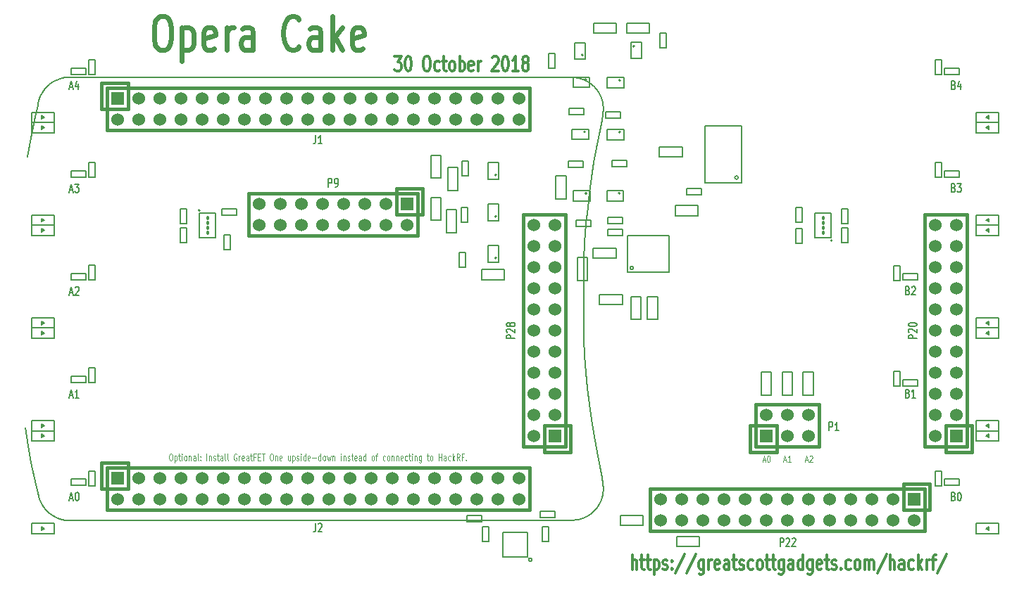
<source format=gbr>
G04 #@! TF.GenerationSoftware,KiCad,Pcbnew,6.0.10-86aedd382b~118~ubuntu22.04.1*
G04 #@! TF.CreationDate,2023-01-31T23:44:09-05:00*
G04 #@! TF.ProjectId,operacake,6f706572-6163-4616-9b65-2e6b69636164,rev?*
G04 #@! TF.SameCoordinates,Original*
G04 #@! TF.FileFunction,Legend,Top*
G04 #@! TF.FilePolarity,Positive*
%FSLAX46Y46*%
G04 Gerber Fmt 4.6, Leading zero omitted, Abs format (unit mm)*
G04 Created by KiCad (PCBNEW 6.0.10-86aedd382b~118~ubuntu22.04.1) date 2023-01-31 23:44:09*
%MOMM*%
%LPD*%
G01*
G04 APERTURE LIST*
%ADD10C,0.190500*%
%ADD11C,0.100000*%
%ADD12C,0.150000*%
%ADD13C,0.304800*%
%ADD14C,0.609600*%
%ADD15C,0.203200*%
%ADD16C,0.127000*%
%ADD17C,0.381000*%
%ADD18C,0.200000*%
%ADD19R,1.524000X1.524000*%
%ADD20C,1.524000*%
%ADD21C,0.457200*%
G04 APERTURE END LIST*
D10*
X157737571Y-155259619D02*
X157737571Y-154243619D01*
X158027857Y-154243619D01*
X158100428Y-154292000D01*
X158136714Y-154340380D01*
X158173000Y-154437142D01*
X158173000Y-154582285D01*
X158136714Y-154679047D01*
X158100428Y-154727428D01*
X158027857Y-154775809D01*
X157737571Y-154775809D01*
X158898714Y-155259619D02*
X158463285Y-155259619D01*
X158681000Y-155259619D02*
X158681000Y-154243619D01*
X158608428Y-154388761D01*
X158535857Y-154485523D01*
X158463285Y-154533904D01*
D11*
X154871428Y-158833333D02*
X155157142Y-158833333D01*
X154814285Y-159061904D02*
X155014285Y-158261904D01*
X155214285Y-159061904D01*
X155385714Y-158338095D02*
X155414285Y-158300000D01*
X155471428Y-158261904D01*
X155614285Y-158261904D01*
X155671428Y-158300000D01*
X155700000Y-158338095D01*
X155728571Y-158414285D01*
X155728571Y-158490476D01*
X155700000Y-158604761D01*
X155357142Y-159061904D01*
X155728571Y-159061904D01*
X152271428Y-158833333D02*
X152557142Y-158833333D01*
X152214285Y-159061904D02*
X152414285Y-158261904D01*
X152614285Y-159061904D01*
X153128571Y-159061904D02*
X152785714Y-159061904D01*
X152957142Y-159061904D02*
X152957142Y-158261904D01*
X152900000Y-158376190D01*
X152842857Y-158452380D01*
X152785714Y-158490476D01*
X149771428Y-158833333D02*
X150057142Y-158833333D01*
X149714285Y-159061904D02*
X149914285Y-158261904D01*
X150114285Y-159061904D01*
X150428571Y-158261904D02*
X150485714Y-158261904D01*
X150542857Y-158300000D01*
X150571428Y-158338095D01*
X150600000Y-158414285D01*
X150628571Y-158566666D01*
X150628571Y-158757142D01*
X150600000Y-158909523D01*
X150571428Y-158985714D01*
X150542857Y-159023809D01*
X150485714Y-159061904D01*
X150428571Y-159061904D01*
X150371428Y-159023809D01*
X150342857Y-158985714D01*
X150314285Y-158909523D01*
X150285714Y-158757142D01*
X150285714Y-158566666D01*
X150314285Y-158414285D01*
X150342857Y-158338095D01*
X150371428Y-158300000D01*
X150428571Y-158261904D01*
D10*
X172691571Y-113652428D02*
X172800428Y-113700809D01*
X172836714Y-113749190D01*
X172873000Y-113845952D01*
X172873000Y-113991095D01*
X172836714Y-114087857D01*
X172800428Y-114136238D01*
X172727857Y-114184619D01*
X172437571Y-114184619D01*
X172437571Y-113168619D01*
X172691571Y-113168619D01*
X172764142Y-113217000D01*
X172800428Y-113265380D01*
X172836714Y-113362142D01*
X172836714Y-113458904D01*
X172800428Y-113555666D01*
X172764142Y-113604047D01*
X172691571Y-113652428D01*
X172437571Y-113652428D01*
X173526142Y-113507285D02*
X173526142Y-114184619D01*
X173344714Y-113120238D02*
X173163285Y-113845952D01*
X173635000Y-113845952D01*
X172691571Y-126027428D02*
X172800428Y-126075809D01*
X172836714Y-126124190D01*
X172873000Y-126220952D01*
X172873000Y-126366095D01*
X172836714Y-126462857D01*
X172800428Y-126511238D01*
X172727857Y-126559619D01*
X172437571Y-126559619D01*
X172437571Y-125543619D01*
X172691571Y-125543619D01*
X172764142Y-125592000D01*
X172800428Y-125640380D01*
X172836714Y-125737142D01*
X172836714Y-125833904D01*
X172800428Y-125930666D01*
X172764142Y-125979047D01*
X172691571Y-126027428D01*
X172437571Y-126027428D01*
X173127000Y-125543619D02*
X173598714Y-125543619D01*
X173344714Y-125930666D01*
X173453571Y-125930666D01*
X173526142Y-125979047D01*
X173562428Y-126027428D01*
X173598714Y-126124190D01*
X173598714Y-126366095D01*
X173562428Y-126462857D01*
X173526142Y-126511238D01*
X173453571Y-126559619D01*
X173235857Y-126559619D01*
X173163285Y-126511238D01*
X173127000Y-126462857D01*
X167191571Y-138402428D02*
X167300428Y-138450809D01*
X167336714Y-138499190D01*
X167373000Y-138595952D01*
X167373000Y-138741095D01*
X167336714Y-138837857D01*
X167300428Y-138886238D01*
X167227857Y-138934619D01*
X166937571Y-138934619D01*
X166937571Y-137918619D01*
X167191571Y-137918619D01*
X167264142Y-137967000D01*
X167300428Y-138015380D01*
X167336714Y-138112142D01*
X167336714Y-138208904D01*
X167300428Y-138305666D01*
X167264142Y-138354047D01*
X167191571Y-138402428D01*
X166937571Y-138402428D01*
X167663285Y-138015380D02*
X167699571Y-137967000D01*
X167772142Y-137918619D01*
X167953571Y-137918619D01*
X168026142Y-137967000D01*
X168062428Y-138015380D01*
X168098714Y-138112142D01*
X168098714Y-138208904D01*
X168062428Y-138354047D01*
X167627000Y-138934619D01*
X168098714Y-138934619D01*
X167191571Y-150777428D02*
X167300428Y-150825809D01*
X167336714Y-150874190D01*
X167373000Y-150970952D01*
X167373000Y-151116095D01*
X167336714Y-151212857D01*
X167300428Y-151261238D01*
X167227857Y-151309619D01*
X166937571Y-151309619D01*
X166937571Y-150293619D01*
X167191571Y-150293619D01*
X167264142Y-150342000D01*
X167300428Y-150390380D01*
X167336714Y-150487142D01*
X167336714Y-150583904D01*
X167300428Y-150680666D01*
X167264142Y-150729047D01*
X167191571Y-150777428D01*
X166937571Y-150777428D01*
X168098714Y-151309619D02*
X167663285Y-151309619D01*
X167881000Y-151309619D02*
X167881000Y-150293619D01*
X167808428Y-150438761D01*
X167735857Y-150535523D01*
X167663285Y-150583904D01*
X172691571Y-163177428D02*
X172800428Y-163225809D01*
X172836714Y-163274190D01*
X172873000Y-163370952D01*
X172873000Y-163516095D01*
X172836714Y-163612857D01*
X172800428Y-163661238D01*
X172727857Y-163709619D01*
X172437571Y-163709619D01*
X172437571Y-162693619D01*
X172691571Y-162693619D01*
X172764142Y-162742000D01*
X172800428Y-162790380D01*
X172836714Y-162887142D01*
X172836714Y-162983904D01*
X172800428Y-163080666D01*
X172764142Y-163129047D01*
X172691571Y-163177428D01*
X172437571Y-163177428D01*
X173344714Y-162693619D02*
X173417285Y-162693619D01*
X173489857Y-162742000D01*
X173526142Y-162790380D01*
X173562428Y-162887142D01*
X173598714Y-163080666D01*
X173598714Y-163322571D01*
X173562428Y-163516095D01*
X173526142Y-163612857D01*
X173489857Y-163661238D01*
X173417285Y-163709619D01*
X173344714Y-163709619D01*
X173272142Y-163661238D01*
X173235857Y-163612857D01*
X173199571Y-163516095D01*
X173163285Y-163322571D01*
X173163285Y-163080666D01*
X173199571Y-162887142D01*
X173235857Y-162790380D01*
X173272142Y-162742000D01*
X173344714Y-162693619D01*
X66455714Y-113919333D02*
X66818571Y-113919333D01*
X66383142Y-114209619D02*
X66637142Y-113193619D01*
X66891142Y-114209619D01*
X67471714Y-113532285D02*
X67471714Y-114209619D01*
X67290285Y-113145238D02*
X67108857Y-113870952D01*
X67580571Y-113870952D01*
X66455714Y-126294333D02*
X66818571Y-126294333D01*
X66383142Y-126584619D02*
X66637142Y-125568619D01*
X66891142Y-126584619D01*
X67072571Y-125568619D02*
X67544285Y-125568619D01*
X67290285Y-125955666D01*
X67399142Y-125955666D01*
X67471714Y-126004047D01*
X67508000Y-126052428D01*
X67544285Y-126149190D01*
X67544285Y-126391095D01*
X67508000Y-126487857D01*
X67471714Y-126536238D01*
X67399142Y-126584619D01*
X67181428Y-126584619D01*
X67108857Y-126536238D01*
X67072571Y-126487857D01*
X66455714Y-138669333D02*
X66818571Y-138669333D01*
X66383142Y-138959619D02*
X66637142Y-137943619D01*
X66891142Y-138959619D01*
X67108857Y-138040380D02*
X67145142Y-137992000D01*
X67217714Y-137943619D01*
X67399142Y-137943619D01*
X67471714Y-137992000D01*
X67508000Y-138040380D01*
X67544285Y-138137142D01*
X67544285Y-138233904D01*
X67508000Y-138379047D01*
X67072571Y-138959619D01*
X67544285Y-138959619D01*
X66455714Y-151044333D02*
X66818571Y-151044333D01*
X66383142Y-151334619D02*
X66637142Y-150318619D01*
X66891142Y-151334619D01*
X67544285Y-151334619D02*
X67108857Y-151334619D01*
X67326571Y-151334619D02*
X67326571Y-150318619D01*
X67254000Y-150463761D01*
X67181428Y-150560523D01*
X67108857Y-150608904D01*
X66455714Y-163419333D02*
X66818571Y-163419333D01*
X66383142Y-163709619D02*
X66637142Y-162693619D01*
X66891142Y-163709619D01*
X67290285Y-162693619D02*
X67362857Y-162693619D01*
X67435428Y-162742000D01*
X67471714Y-162790380D01*
X67508000Y-162887142D01*
X67544285Y-163080666D01*
X67544285Y-163322571D01*
X67508000Y-163516095D01*
X67471714Y-163612857D01*
X67435428Y-163661238D01*
X67362857Y-163709619D01*
X67290285Y-163709619D01*
X67217714Y-163661238D01*
X67181428Y-163612857D01*
X67145142Y-163516095D01*
X67108857Y-163322571D01*
X67108857Y-163080666D01*
X67145142Y-162887142D01*
X67181428Y-162790380D01*
X67217714Y-162742000D01*
X67290285Y-162693619D01*
X95996000Y-166443619D02*
X95996000Y-167169333D01*
X95959714Y-167314476D01*
X95887142Y-167411238D01*
X95778285Y-167459619D01*
X95705714Y-167459619D01*
X96322571Y-166540380D02*
X96358857Y-166492000D01*
X96431428Y-166443619D01*
X96612857Y-166443619D01*
X96685428Y-166492000D01*
X96721714Y-166540380D01*
X96758000Y-166637142D01*
X96758000Y-166733904D01*
X96721714Y-166879047D01*
X96286285Y-167459619D01*
X96758000Y-167459619D01*
X95996000Y-119693619D02*
X95996000Y-120419333D01*
X95959714Y-120564476D01*
X95887142Y-120661238D01*
X95778285Y-120709619D01*
X95705714Y-120709619D01*
X96758000Y-120709619D02*
X96322571Y-120709619D01*
X96540285Y-120709619D02*
X96540285Y-119693619D01*
X96467714Y-119838761D01*
X96395142Y-119935523D01*
X96322571Y-119983904D01*
D11*
X78535714Y-158061904D02*
X78650000Y-158061904D01*
X78707142Y-158100000D01*
X78764285Y-158176190D01*
X78792857Y-158328571D01*
X78792857Y-158595238D01*
X78764285Y-158747619D01*
X78707142Y-158823809D01*
X78650000Y-158861904D01*
X78535714Y-158861904D01*
X78478571Y-158823809D01*
X78421428Y-158747619D01*
X78392857Y-158595238D01*
X78392857Y-158328571D01*
X78421428Y-158176190D01*
X78478571Y-158100000D01*
X78535714Y-158061904D01*
X79050000Y-158328571D02*
X79050000Y-159128571D01*
X79050000Y-158366666D02*
X79107142Y-158328571D01*
X79221428Y-158328571D01*
X79278571Y-158366666D01*
X79307142Y-158404761D01*
X79335714Y-158480952D01*
X79335714Y-158709523D01*
X79307142Y-158785714D01*
X79278571Y-158823809D01*
X79221428Y-158861904D01*
X79107142Y-158861904D01*
X79050000Y-158823809D01*
X79507142Y-158328571D02*
X79735714Y-158328571D01*
X79592857Y-158061904D02*
X79592857Y-158747619D01*
X79621428Y-158823809D01*
X79678571Y-158861904D01*
X79735714Y-158861904D01*
X79935714Y-158861904D02*
X79935714Y-158328571D01*
X79935714Y-158061904D02*
X79907142Y-158100000D01*
X79935714Y-158138095D01*
X79964285Y-158100000D01*
X79935714Y-158061904D01*
X79935714Y-158138095D01*
X80307142Y-158861904D02*
X80250000Y-158823809D01*
X80221428Y-158785714D01*
X80192857Y-158709523D01*
X80192857Y-158480952D01*
X80221428Y-158404761D01*
X80250000Y-158366666D01*
X80307142Y-158328571D01*
X80392857Y-158328571D01*
X80450000Y-158366666D01*
X80478571Y-158404761D01*
X80507142Y-158480952D01*
X80507142Y-158709523D01*
X80478571Y-158785714D01*
X80450000Y-158823809D01*
X80392857Y-158861904D01*
X80307142Y-158861904D01*
X80764285Y-158328571D02*
X80764285Y-158861904D01*
X80764285Y-158404761D02*
X80792857Y-158366666D01*
X80850000Y-158328571D01*
X80935714Y-158328571D01*
X80992857Y-158366666D01*
X81021428Y-158442857D01*
X81021428Y-158861904D01*
X81564285Y-158861904D02*
X81564285Y-158442857D01*
X81535714Y-158366666D01*
X81478571Y-158328571D01*
X81364285Y-158328571D01*
X81307142Y-158366666D01*
X81564285Y-158823809D02*
X81507142Y-158861904D01*
X81364285Y-158861904D01*
X81307142Y-158823809D01*
X81278571Y-158747619D01*
X81278571Y-158671428D01*
X81307142Y-158595238D01*
X81364285Y-158557142D01*
X81507142Y-158557142D01*
X81564285Y-158519047D01*
X81935714Y-158861904D02*
X81878571Y-158823809D01*
X81850000Y-158747619D01*
X81850000Y-158061904D01*
X82164285Y-158785714D02*
X82192857Y-158823809D01*
X82164285Y-158861904D01*
X82135714Y-158823809D01*
X82164285Y-158785714D01*
X82164285Y-158861904D01*
X82164285Y-158366666D02*
X82192857Y-158404761D01*
X82164285Y-158442857D01*
X82135714Y-158404761D01*
X82164285Y-158366666D01*
X82164285Y-158442857D01*
X82907142Y-158861904D02*
X82907142Y-158061904D01*
X83192857Y-158328571D02*
X83192857Y-158861904D01*
X83192857Y-158404761D02*
X83221428Y-158366666D01*
X83278571Y-158328571D01*
X83364285Y-158328571D01*
X83421428Y-158366666D01*
X83450000Y-158442857D01*
X83450000Y-158861904D01*
X83707142Y-158823809D02*
X83764285Y-158861904D01*
X83878571Y-158861904D01*
X83935714Y-158823809D01*
X83964285Y-158747619D01*
X83964285Y-158709523D01*
X83935714Y-158633333D01*
X83878571Y-158595238D01*
X83792857Y-158595238D01*
X83735714Y-158557142D01*
X83707142Y-158480952D01*
X83707142Y-158442857D01*
X83735714Y-158366666D01*
X83792857Y-158328571D01*
X83878571Y-158328571D01*
X83935714Y-158366666D01*
X84135714Y-158328571D02*
X84364285Y-158328571D01*
X84221428Y-158061904D02*
X84221428Y-158747619D01*
X84250000Y-158823809D01*
X84307142Y-158861904D01*
X84364285Y-158861904D01*
X84821428Y-158861904D02*
X84821428Y-158442857D01*
X84792857Y-158366666D01*
X84735714Y-158328571D01*
X84621428Y-158328571D01*
X84564285Y-158366666D01*
X84821428Y-158823809D02*
X84764285Y-158861904D01*
X84621428Y-158861904D01*
X84564285Y-158823809D01*
X84535714Y-158747619D01*
X84535714Y-158671428D01*
X84564285Y-158595238D01*
X84621428Y-158557142D01*
X84764285Y-158557142D01*
X84821428Y-158519047D01*
X85192857Y-158861904D02*
X85135714Y-158823809D01*
X85107142Y-158747619D01*
X85107142Y-158061904D01*
X85507142Y-158861904D02*
X85450000Y-158823809D01*
X85421428Y-158747619D01*
X85421428Y-158061904D01*
X86507142Y-158100000D02*
X86450000Y-158061904D01*
X86364285Y-158061904D01*
X86278571Y-158100000D01*
X86221428Y-158176190D01*
X86192857Y-158252380D01*
X86164285Y-158404761D01*
X86164285Y-158519047D01*
X86192857Y-158671428D01*
X86221428Y-158747619D01*
X86278571Y-158823809D01*
X86364285Y-158861904D01*
X86421428Y-158861904D01*
X86507142Y-158823809D01*
X86535714Y-158785714D01*
X86535714Y-158519047D01*
X86421428Y-158519047D01*
X86792857Y-158861904D02*
X86792857Y-158328571D01*
X86792857Y-158480952D02*
X86821428Y-158404761D01*
X86850000Y-158366666D01*
X86907142Y-158328571D01*
X86964285Y-158328571D01*
X87392857Y-158823809D02*
X87335714Y-158861904D01*
X87221428Y-158861904D01*
X87164285Y-158823809D01*
X87135714Y-158747619D01*
X87135714Y-158442857D01*
X87164285Y-158366666D01*
X87221428Y-158328571D01*
X87335714Y-158328571D01*
X87392857Y-158366666D01*
X87421428Y-158442857D01*
X87421428Y-158519047D01*
X87135714Y-158595238D01*
X87935714Y-158861904D02*
X87935714Y-158442857D01*
X87907142Y-158366666D01*
X87850000Y-158328571D01*
X87735714Y-158328571D01*
X87678571Y-158366666D01*
X87935714Y-158823809D02*
X87878571Y-158861904D01*
X87735714Y-158861904D01*
X87678571Y-158823809D01*
X87650000Y-158747619D01*
X87650000Y-158671428D01*
X87678571Y-158595238D01*
X87735714Y-158557142D01*
X87878571Y-158557142D01*
X87935714Y-158519047D01*
X88135714Y-158328571D02*
X88364285Y-158328571D01*
X88221428Y-158061904D02*
X88221428Y-158747619D01*
X88250000Y-158823809D01*
X88307142Y-158861904D01*
X88364285Y-158861904D01*
X88764285Y-158442857D02*
X88564285Y-158442857D01*
X88564285Y-158861904D02*
X88564285Y-158061904D01*
X88850000Y-158061904D01*
X89078571Y-158442857D02*
X89278571Y-158442857D01*
X89364285Y-158861904D02*
X89078571Y-158861904D01*
X89078571Y-158061904D01*
X89364285Y-158061904D01*
X89535714Y-158061904D02*
X89878571Y-158061904D01*
X89707142Y-158861904D02*
X89707142Y-158061904D01*
X90650000Y-158061904D02*
X90764285Y-158061904D01*
X90821428Y-158100000D01*
X90878571Y-158176190D01*
X90907142Y-158328571D01*
X90907142Y-158595238D01*
X90878571Y-158747619D01*
X90821428Y-158823809D01*
X90764285Y-158861904D01*
X90650000Y-158861904D01*
X90592857Y-158823809D01*
X90535714Y-158747619D01*
X90507142Y-158595238D01*
X90507142Y-158328571D01*
X90535714Y-158176190D01*
X90592857Y-158100000D01*
X90650000Y-158061904D01*
X91164285Y-158328571D02*
X91164285Y-158861904D01*
X91164285Y-158404761D02*
X91192857Y-158366666D01*
X91250000Y-158328571D01*
X91335714Y-158328571D01*
X91392857Y-158366666D01*
X91421428Y-158442857D01*
X91421428Y-158861904D01*
X91935714Y-158823809D02*
X91878571Y-158861904D01*
X91764285Y-158861904D01*
X91707142Y-158823809D01*
X91678571Y-158747619D01*
X91678571Y-158442857D01*
X91707142Y-158366666D01*
X91764285Y-158328571D01*
X91878571Y-158328571D01*
X91935714Y-158366666D01*
X91964285Y-158442857D01*
X91964285Y-158519047D01*
X91678571Y-158595238D01*
X92935714Y-158328571D02*
X92935714Y-158861904D01*
X92678571Y-158328571D02*
X92678571Y-158747619D01*
X92707142Y-158823809D01*
X92764285Y-158861904D01*
X92850000Y-158861904D01*
X92907142Y-158823809D01*
X92935714Y-158785714D01*
X93221428Y-158328571D02*
X93221428Y-159128571D01*
X93221428Y-158366666D02*
X93278571Y-158328571D01*
X93392857Y-158328571D01*
X93450000Y-158366666D01*
X93478571Y-158404761D01*
X93507142Y-158480952D01*
X93507142Y-158709523D01*
X93478571Y-158785714D01*
X93450000Y-158823809D01*
X93392857Y-158861904D01*
X93278571Y-158861904D01*
X93221428Y-158823809D01*
X93735714Y-158823809D02*
X93792857Y-158861904D01*
X93907142Y-158861904D01*
X93964285Y-158823809D01*
X93992857Y-158747619D01*
X93992857Y-158709523D01*
X93964285Y-158633333D01*
X93907142Y-158595238D01*
X93821428Y-158595238D01*
X93764285Y-158557142D01*
X93735714Y-158480952D01*
X93735714Y-158442857D01*
X93764285Y-158366666D01*
X93821428Y-158328571D01*
X93907142Y-158328571D01*
X93964285Y-158366666D01*
X94250000Y-158861904D02*
X94250000Y-158328571D01*
X94250000Y-158061904D02*
X94221428Y-158100000D01*
X94250000Y-158138095D01*
X94278571Y-158100000D01*
X94250000Y-158061904D01*
X94250000Y-158138095D01*
X94792857Y-158861904D02*
X94792857Y-158061904D01*
X94792857Y-158823809D02*
X94735714Y-158861904D01*
X94621428Y-158861904D01*
X94564285Y-158823809D01*
X94535714Y-158785714D01*
X94507142Y-158709523D01*
X94507142Y-158480952D01*
X94535714Y-158404761D01*
X94564285Y-158366666D01*
X94621428Y-158328571D01*
X94735714Y-158328571D01*
X94792857Y-158366666D01*
X95307142Y-158823809D02*
X95250000Y-158861904D01*
X95135714Y-158861904D01*
X95078571Y-158823809D01*
X95050000Y-158747619D01*
X95050000Y-158442857D01*
X95078571Y-158366666D01*
X95135714Y-158328571D01*
X95250000Y-158328571D01*
X95307142Y-158366666D01*
X95335714Y-158442857D01*
X95335714Y-158519047D01*
X95050000Y-158595238D01*
X95592857Y-158557142D02*
X96050000Y-158557142D01*
X96592857Y-158861904D02*
X96592857Y-158061904D01*
X96592857Y-158823809D02*
X96535714Y-158861904D01*
X96421428Y-158861904D01*
X96364285Y-158823809D01*
X96335714Y-158785714D01*
X96307142Y-158709523D01*
X96307142Y-158480952D01*
X96335714Y-158404761D01*
X96364285Y-158366666D01*
X96421428Y-158328571D01*
X96535714Y-158328571D01*
X96592857Y-158366666D01*
X96964285Y-158861904D02*
X96907142Y-158823809D01*
X96878571Y-158785714D01*
X96850000Y-158709523D01*
X96850000Y-158480952D01*
X96878571Y-158404761D01*
X96907142Y-158366666D01*
X96964285Y-158328571D01*
X97050000Y-158328571D01*
X97107142Y-158366666D01*
X97135714Y-158404761D01*
X97164285Y-158480952D01*
X97164285Y-158709523D01*
X97135714Y-158785714D01*
X97107142Y-158823809D01*
X97050000Y-158861904D01*
X96964285Y-158861904D01*
X97364285Y-158328571D02*
X97478571Y-158861904D01*
X97592857Y-158480952D01*
X97707142Y-158861904D01*
X97821428Y-158328571D01*
X98050000Y-158328571D02*
X98050000Y-158861904D01*
X98050000Y-158404761D02*
X98078571Y-158366666D01*
X98135714Y-158328571D01*
X98221428Y-158328571D01*
X98278571Y-158366666D01*
X98307142Y-158442857D01*
X98307142Y-158861904D01*
X99050000Y-158861904D02*
X99050000Y-158328571D01*
X99050000Y-158061904D02*
X99021428Y-158100000D01*
X99050000Y-158138095D01*
X99078571Y-158100000D01*
X99050000Y-158061904D01*
X99050000Y-158138095D01*
X99335714Y-158328571D02*
X99335714Y-158861904D01*
X99335714Y-158404761D02*
X99364285Y-158366666D01*
X99421428Y-158328571D01*
X99507142Y-158328571D01*
X99564285Y-158366666D01*
X99592857Y-158442857D01*
X99592857Y-158861904D01*
X99850000Y-158823809D02*
X99907142Y-158861904D01*
X100021428Y-158861904D01*
X100078571Y-158823809D01*
X100107142Y-158747619D01*
X100107142Y-158709523D01*
X100078571Y-158633333D01*
X100021428Y-158595238D01*
X99935714Y-158595238D01*
X99878571Y-158557142D01*
X99850000Y-158480952D01*
X99850000Y-158442857D01*
X99878571Y-158366666D01*
X99935714Y-158328571D01*
X100021428Y-158328571D01*
X100078571Y-158366666D01*
X100278571Y-158328571D02*
X100507142Y-158328571D01*
X100364285Y-158061904D02*
X100364285Y-158747619D01*
X100392857Y-158823809D01*
X100450000Y-158861904D01*
X100507142Y-158861904D01*
X100935714Y-158823809D02*
X100878571Y-158861904D01*
X100764285Y-158861904D01*
X100707142Y-158823809D01*
X100678571Y-158747619D01*
X100678571Y-158442857D01*
X100707142Y-158366666D01*
X100764285Y-158328571D01*
X100878571Y-158328571D01*
X100935714Y-158366666D01*
X100964285Y-158442857D01*
X100964285Y-158519047D01*
X100678571Y-158595238D01*
X101478571Y-158861904D02*
X101478571Y-158442857D01*
X101450000Y-158366666D01*
X101392857Y-158328571D01*
X101278571Y-158328571D01*
X101221428Y-158366666D01*
X101478571Y-158823809D02*
X101421428Y-158861904D01*
X101278571Y-158861904D01*
X101221428Y-158823809D01*
X101192857Y-158747619D01*
X101192857Y-158671428D01*
X101221428Y-158595238D01*
X101278571Y-158557142D01*
X101421428Y-158557142D01*
X101478571Y-158519047D01*
X102021428Y-158861904D02*
X102021428Y-158061904D01*
X102021428Y-158823809D02*
X101964285Y-158861904D01*
X101850000Y-158861904D01*
X101792857Y-158823809D01*
X101764285Y-158785714D01*
X101735714Y-158709523D01*
X101735714Y-158480952D01*
X101764285Y-158404761D01*
X101792857Y-158366666D01*
X101850000Y-158328571D01*
X101964285Y-158328571D01*
X102021428Y-158366666D01*
X102850000Y-158861904D02*
X102792857Y-158823809D01*
X102764285Y-158785714D01*
X102735714Y-158709523D01*
X102735714Y-158480952D01*
X102764285Y-158404761D01*
X102792857Y-158366666D01*
X102850000Y-158328571D01*
X102935714Y-158328571D01*
X102992857Y-158366666D01*
X103021428Y-158404761D01*
X103050000Y-158480952D01*
X103050000Y-158709523D01*
X103021428Y-158785714D01*
X102992857Y-158823809D01*
X102935714Y-158861904D01*
X102850000Y-158861904D01*
X103221428Y-158328571D02*
X103450000Y-158328571D01*
X103307142Y-158861904D02*
X103307142Y-158176190D01*
X103335714Y-158100000D01*
X103392857Y-158061904D01*
X103450000Y-158061904D01*
X104364285Y-158823809D02*
X104307142Y-158861904D01*
X104192857Y-158861904D01*
X104135714Y-158823809D01*
X104107142Y-158785714D01*
X104078571Y-158709523D01*
X104078571Y-158480952D01*
X104107142Y-158404761D01*
X104135714Y-158366666D01*
X104192857Y-158328571D01*
X104307142Y-158328571D01*
X104364285Y-158366666D01*
X104707142Y-158861904D02*
X104650000Y-158823809D01*
X104621428Y-158785714D01*
X104592857Y-158709523D01*
X104592857Y-158480952D01*
X104621428Y-158404761D01*
X104650000Y-158366666D01*
X104707142Y-158328571D01*
X104792857Y-158328571D01*
X104850000Y-158366666D01*
X104878571Y-158404761D01*
X104907142Y-158480952D01*
X104907142Y-158709523D01*
X104878571Y-158785714D01*
X104850000Y-158823809D01*
X104792857Y-158861904D01*
X104707142Y-158861904D01*
X105164285Y-158328571D02*
X105164285Y-158861904D01*
X105164285Y-158404761D02*
X105192857Y-158366666D01*
X105250000Y-158328571D01*
X105335714Y-158328571D01*
X105392857Y-158366666D01*
X105421428Y-158442857D01*
X105421428Y-158861904D01*
X105707142Y-158328571D02*
X105707142Y-158861904D01*
X105707142Y-158404761D02*
X105735714Y-158366666D01*
X105792857Y-158328571D01*
X105878571Y-158328571D01*
X105935714Y-158366666D01*
X105964285Y-158442857D01*
X105964285Y-158861904D01*
X106478571Y-158823809D02*
X106421428Y-158861904D01*
X106307142Y-158861904D01*
X106250000Y-158823809D01*
X106221428Y-158747619D01*
X106221428Y-158442857D01*
X106250000Y-158366666D01*
X106307142Y-158328571D01*
X106421428Y-158328571D01*
X106478571Y-158366666D01*
X106507142Y-158442857D01*
X106507142Y-158519047D01*
X106221428Y-158595238D01*
X107021428Y-158823809D02*
X106964285Y-158861904D01*
X106850000Y-158861904D01*
X106792857Y-158823809D01*
X106764285Y-158785714D01*
X106735714Y-158709523D01*
X106735714Y-158480952D01*
X106764285Y-158404761D01*
X106792857Y-158366666D01*
X106850000Y-158328571D01*
X106964285Y-158328571D01*
X107021428Y-158366666D01*
X107192857Y-158328571D02*
X107421428Y-158328571D01*
X107278571Y-158061904D02*
X107278571Y-158747619D01*
X107307142Y-158823809D01*
X107364285Y-158861904D01*
X107421428Y-158861904D01*
X107621428Y-158861904D02*
X107621428Y-158328571D01*
X107621428Y-158061904D02*
X107592857Y-158100000D01*
X107621428Y-158138095D01*
X107650000Y-158100000D01*
X107621428Y-158061904D01*
X107621428Y-158138095D01*
X107907142Y-158328571D02*
X107907142Y-158861904D01*
X107907142Y-158404761D02*
X107935714Y-158366666D01*
X107992857Y-158328571D01*
X108078571Y-158328571D01*
X108135714Y-158366666D01*
X108164285Y-158442857D01*
X108164285Y-158861904D01*
X108707142Y-158328571D02*
X108707142Y-158976190D01*
X108678571Y-159052380D01*
X108650000Y-159090476D01*
X108592857Y-159128571D01*
X108507142Y-159128571D01*
X108450000Y-159090476D01*
X108707142Y-158823809D02*
X108650000Y-158861904D01*
X108535714Y-158861904D01*
X108478571Y-158823809D01*
X108450000Y-158785714D01*
X108421428Y-158709523D01*
X108421428Y-158480952D01*
X108450000Y-158404761D01*
X108478571Y-158366666D01*
X108535714Y-158328571D01*
X108650000Y-158328571D01*
X108707142Y-158366666D01*
X109364285Y-158328571D02*
X109592857Y-158328571D01*
X109450000Y-158061904D02*
X109450000Y-158747619D01*
X109478571Y-158823809D01*
X109535714Y-158861904D01*
X109592857Y-158861904D01*
X109878571Y-158861904D02*
X109821428Y-158823809D01*
X109792857Y-158785714D01*
X109764285Y-158709523D01*
X109764285Y-158480952D01*
X109792857Y-158404761D01*
X109821428Y-158366666D01*
X109878571Y-158328571D01*
X109964285Y-158328571D01*
X110021428Y-158366666D01*
X110050000Y-158404761D01*
X110078571Y-158480952D01*
X110078571Y-158709523D01*
X110050000Y-158785714D01*
X110021428Y-158823809D01*
X109964285Y-158861904D01*
X109878571Y-158861904D01*
X110792857Y-158861904D02*
X110792857Y-158061904D01*
X110792857Y-158442857D02*
X111135714Y-158442857D01*
X111135714Y-158861904D02*
X111135714Y-158061904D01*
X111678571Y-158861904D02*
X111678571Y-158442857D01*
X111650000Y-158366666D01*
X111592857Y-158328571D01*
X111478571Y-158328571D01*
X111421428Y-158366666D01*
X111678571Y-158823809D02*
X111621428Y-158861904D01*
X111478571Y-158861904D01*
X111421428Y-158823809D01*
X111392857Y-158747619D01*
X111392857Y-158671428D01*
X111421428Y-158595238D01*
X111478571Y-158557142D01*
X111621428Y-158557142D01*
X111678571Y-158519047D01*
X112221428Y-158823809D02*
X112164285Y-158861904D01*
X112050000Y-158861904D01*
X111992857Y-158823809D01*
X111964285Y-158785714D01*
X111935714Y-158709523D01*
X111935714Y-158480952D01*
X111964285Y-158404761D01*
X111992857Y-158366666D01*
X112050000Y-158328571D01*
X112164285Y-158328571D01*
X112221428Y-158366666D01*
X112478571Y-158861904D02*
X112478571Y-158061904D01*
X112535714Y-158557142D02*
X112707142Y-158861904D01*
X112707142Y-158328571D02*
X112478571Y-158633333D01*
X113307142Y-158861904D02*
X113107142Y-158480952D01*
X112964285Y-158861904D02*
X112964285Y-158061904D01*
X113192857Y-158061904D01*
X113249999Y-158100000D01*
X113278571Y-158138095D01*
X113307142Y-158214285D01*
X113307142Y-158328571D01*
X113278571Y-158404761D01*
X113249999Y-158442857D01*
X113192857Y-158480952D01*
X112964285Y-158480952D01*
X113764285Y-158442857D02*
X113564285Y-158442857D01*
X113564285Y-158861904D02*
X113564285Y-158061904D01*
X113849999Y-158061904D01*
X114078571Y-158785714D02*
X114107142Y-158823809D01*
X114078571Y-158861904D01*
X114050000Y-158823809D01*
X114078571Y-158785714D01*
X114078571Y-158861904D01*
D12*
X130533800Y-117225800D02*
X130610000Y-116489200D01*
X61420400Y-157078400D02*
X61064800Y-154894000D01*
X61801400Y-159135800D02*
X61420400Y-157078400D01*
X62360200Y-161752000D02*
X61801400Y-159135800D01*
X62614200Y-162793400D02*
X62360200Y-161752000D01*
X62715800Y-163174400D02*
X62614200Y-162793400D01*
X62817400Y-163555400D02*
X62715800Y-163174400D01*
X62969800Y-163911000D02*
X62817400Y-163555400D01*
X63147600Y-164241200D02*
X62969800Y-163911000D01*
X63300000Y-164469800D02*
X63147600Y-164241200D01*
X63528600Y-164774600D02*
X63300000Y-164469800D01*
X63757200Y-165003200D02*
X63528600Y-164774600D01*
X64011200Y-165231800D02*
X63757200Y-165003200D01*
X64366800Y-165485800D02*
X64011200Y-165231800D01*
X64646200Y-165638200D02*
X64366800Y-165485800D01*
X65027200Y-165816000D02*
X64646200Y-165638200D01*
X65509800Y-165968400D02*
X65027200Y-165816000D01*
X65916200Y-166044600D02*
X65509800Y-165968400D01*
X66398800Y-166070000D02*
X65916200Y-166044600D01*
X61750600Y-119994400D02*
X61318800Y-122280400D01*
X62284000Y-117479800D02*
X61750600Y-119994400D01*
X62588800Y-116108200D02*
X62284000Y-117479800D01*
X62665000Y-115828800D02*
X62588800Y-116108200D01*
X62741200Y-115524000D02*
X62665000Y-115828800D01*
X62817400Y-115244600D02*
X62741200Y-115524000D01*
X62919000Y-114990600D02*
X62817400Y-115244600D01*
X63096800Y-114635000D02*
X62919000Y-114990600D01*
X63274600Y-114355600D02*
X63096800Y-114635000D01*
X63452400Y-114127000D02*
X63274600Y-114355600D01*
X63655600Y-113898400D02*
X63452400Y-114127000D01*
X63960400Y-113619000D02*
X63655600Y-113898400D01*
X64290600Y-113365000D02*
X63960400Y-113619000D01*
X64646200Y-113161800D02*
X64290600Y-113365000D01*
X65103400Y-112958600D02*
X64646200Y-113161800D01*
X65509800Y-112831600D02*
X65103400Y-112958600D01*
X65967000Y-112755400D02*
X65509800Y-112831600D01*
X66398800Y-112730000D02*
X65967000Y-112755400D01*
X130559200Y-161650400D02*
X130610000Y-162260000D01*
X130406800Y-160939200D02*
X130559200Y-161650400D01*
X130152800Y-159618400D02*
X130406800Y-160939200D01*
X129822600Y-157865800D02*
X130152800Y-159618400D01*
X129492400Y-156037000D02*
X129822600Y-157865800D01*
X129162200Y-153954200D02*
X129492400Y-156037000D01*
X128908200Y-152074600D02*
X129162200Y-153954200D01*
X128679600Y-150144200D02*
X128908200Y-152074600D01*
X128501800Y-148264600D02*
X128679600Y-150144200D01*
X128349400Y-146258000D02*
X128501800Y-148264600D01*
X128222400Y-144149800D02*
X128349400Y-146258000D01*
X130406800Y-117911600D02*
X130533800Y-117225800D01*
X130076600Y-119562600D02*
X130406800Y-117937000D01*
X129771800Y-121213600D02*
X130076600Y-119588000D01*
X129467000Y-122966200D02*
X129771800Y-121213600D01*
X129187600Y-124718800D02*
X129467000Y-122966200D01*
X128933600Y-126598400D02*
X129187600Y-124718800D01*
X128730400Y-128376400D02*
X128933600Y-126598400D01*
X128527200Y-130383000D02*
X128730400Y-128376400D01*
X128349400Y-132618200D02*
X128527200Y-130383000D01*
X128222400Y-134650200D02*
X128349400Y-132618200D01*
X128222400Y-134650200D02*
X128222400Y-144149800D01*
X126800000Y-166070000D02*
G75*
G03*
X130610000Y-162260000I0J3810000D01*
G01*
X130610000Y-116540000D02*
G75*
G03*
X126800000Y-112730000I-3810000J0D01*
G01*
X126800000Y-166070000D02*
X66398800Y-166070000D01*
X66398800Y-112730000D02*
X126800000Y-112730000D01*
D13*
X105506428Y-110196333D02*
X106292619Y-110196333D01*
X105869285Y-110873666D01*
X106050714Y-110873666D01*
X106171666Y-110958333D01*
X106232142Y-111043000D01*
X106292619Y-111212333D01*
X106292619Y-111635666D01*
X106232142Y-111805000D01*
X106171666Y-111889666D01*
X106050714Y-111974333D01*
X105687857Y-111974333D01*
X105566904Y-111889666D01*
X105506428Y-111805000D01*
X107078809Y-110196333D02*
X107199761Y-110196333D01*
X107320714Y-110281000D01*
X107381190Y-110365666D01*
X107441666Y-110535000D01*
X107502142Y-110873666D01*
X107502142Y-111297000D01*
X107441666Y-111635666D01*
X107381190Y-111805000D01*
X107320714Y-111889666D01*
X107199761Y-111974333D01*
X107078809Y-111974333D01*
X106957857Y-111889666D01*
X106897380Y-111805000D01*
X106836904Y-111635666D01*
X106776428Y-111297000D01*
X106776428Y-110873666D01*
X106836904Y-110535000D01*
X106897380Y-110365666D01*
X106957857Y-110281000D01*
X107078809Y-110196333D01*
X109255952Y-110196333D02*
X109497857Y-110196333D01*
X109618809Y-110281000D01*
X109739761Y-110450333D01*
X109800238Y-110789000D01*
X109800238Y-111381666D01*
X109739761Y-111720333D01*
X109618809Y-111889666D01*
X109497857Y-111974333D01*
X109255952Y-111974333D01*
X109135000Y-111889666D01*
X109014047Y-111720333D01*
X108953571Y-111381666D01*
X108953571Y-110789000D01*
X109014047Y-110450333D01*
X109135000Y-110281000D01*
X109255952Y-110196333D01*
X110888809Y-111889666D02*
X110767857Y-111974333D01*
X110525952Y-111974333D01*
X110405000Y-111889666D01*
X110344523Y-111805000D01*
X110284047Y-111635666D01*
X110284047Y-111127666D01*
X110344523Y-110958333D01*
X110405000Y-110873666D01*
X110525952Y-110789000D01*
X110767857Y-110789000D01*
X110888809Y-110873666D01*
X111251666Y-110789000D02*
X111735476Y-110789000D01*
X111433095Y-110196333D02*
X111433095Y-111720333D01*
X111493571Y-111889666D01*
X111614523Y-111974333D01*
X111735476Y-111974333D01*
X112340238Y-111974333D02*
X112219285Y-111889666D01*
X112158809Y-111805000D01*
X112098333Y-111635666D01*
X112098333Y-111127666D01*
X112158809Y-110958333D01*
X112219285Y-110873666D01*
X112340238Y-110789000D01*
X112521666Y-110789000D01*
X112642619Y-110873666D01*
X112703095Y-110958333D01*
X112763571Y-111127666D01*
X112763571Y-111635666D01*
X112703095Y-111805000D01*
X112642619Y-111889666D01*
X112521666Y-111974333D01*
X112340238Y-111974333D01*
X113307857Y-111974333D02*
X113307857Y-110196333D01*
X113307857Y-110873666D02*
X113428809Y-110789000D01*
X113670714Y-110789000D01*
X113791666Y-110873666D01*
X113852142Y-110958333D01*
X113912619Y-111127666D01*
X113912619Y-111635666D01*
X113852142Y-111805000D01*
X113791666Y-111889666D01*
X113670714Y-111974333D01*
X113428809Y-111974333D01*
X113307857Y-111889666D01*
X114940714Y-111889666D02*
X114819761Y-111974333D01*
X114577857Y-111974333D01*
X114456904Y-111889666D01*
X114396428Y-111720333D01*
X114396428Y-111043000D01*
X114456904Y-110873666D01*
X114577857Y-110789000D01*
X114819761Y-110789000D01*
X114940714Y-110873666D01*
X115001190Y-111043000D01*
X115001190Y-111212333D01*
X114396428Y-111381666D01*
X115545476Y-111974333D02*
X115545476Y-110789000D01*
X115545476Y-111127666D02*
X115605952Y-110958333D01*
X115666428Y-110873666D01*
X115787380Y-110789000D01*
X115908333Y-110789000D01*
X117238809Y-110365666D02*
X117299285Y-110281000D01*
X117420238Y-110196333D01*
X117722619Y-110196333D01*
X117843571Y-110281000D01*
X117904047Y-110365666D01*
X117964523Y-110535000D01*
X117964523Y-110704333D01*
X117904047Y-110958333D01*
X117178333Y-111974333D01*
X117964523Y-111974333D01*
X118750714Y-110196333D02*
X118871666Y-110196333D01*
X118992619Y-110281000D01*
X119053095Y-110365666D01*
X119113571Y-110535000D01*
X119174047Y-110873666D01*
X119174047Y-111297000D01*
X119113571Y-111635666D01*
X119053095Y-111805000D01*
X118992619Y-111889666D01*
X118871666Y-111974333D01*
X118750714Y-111974333D01*
X118629761Y-111889666D01*
X118569285Y-111805000D01*
X118508809Y-111635666D01*
X118448333Y-111297000D01*
X118448333Y-110873666D01*
X118508809Y-110535000D01*
X118569285Y-110365666D01*
X118629761Y-110281000D01*
X118750714Y-110196333D01*
X120383571Y-111974333D02*
X119657857Y-111974333D01*
X120020714Y-111974333D02*
X120020714Y-110196333D01*
X119899761Y-110450333D01*
X119778809Y-110619666D01*
X119657857Y-110704333D01*
X121109285Y-110958333D02*
X120988333Y-110873666D01*
X120927857Y-110789000D01*
X120867380Y-110619666D01*
X120867380Y-110535000D01*
X120927857Y-110365666D01*
X120988333Y-110281000D01*
X121109285Y-110196333D01*
X121351190Y-110196333D01*
X121472142Y-110281000D01*
X121532619Y-110365666D01*
X121593095Y-110535000D01*
X121593095Y-110619666D01*
X121532619Y-110789000D01*
X121472142Y-110873666D01*
X121351190Y-110958333D01*
X121109285Y-110958333D01*
X120988333Y-111043000D01*
X120927857Y-111127666D01*
X120867380Y-111297000D01*
X120867380Y-111635666D01*
X120927857Y-111805000D01*
X120988333Y-111889666D01*
X121109285Y-111974333D01*
X121351190Y-111974333D01*
X121472142Y-111889666D01*
X121532619Y-111805000D01*
X121593095Y-111635666D01*
X121593095Y-111297000D01*
X121532619Y-111127666D01*
X121472142Y-111043000D01*
X121351190Y-110958333D01*
D10*
X97537571Y-125929619D02*
X97537571Y-124913619D01*
X97827857Y-124913619D01*
X97900428Y-124962000D01*
X97936714Y-125010380D01*
X97973000Y-125107142D01*
X97973000Y-125252285D01*
X97936714Y-125349047D01*
X97900428Y-125397428D01*
X97827857Y-125445809D01*
X97537571Y-125445809D01*
X98335857Y-125929619D02*
X98481000Y-125929619D01*
X98553571Y-125881238D01*
X98589857Y-125832857D01*
X98662428Y-125687714D01*
X98698714Y-125494190D01*
X98698714Y-125107142D01*
X98662428Y-125010380D01*
X98626142Y-124962000D01*
X98553571Y-124913619D01*
X98408428Y-124913619D01*
X98335857Y-124962000D01*
X98299571Y-125010380D01*
X98263285Y-125107142D01*
X98263285Y-125349047D01*
X98299571Y-125445809D01*
X98335857Y-125494190D01*
X98408428Y-125542571D01*
X98553571Y-125542571D01*
X98626142Y-125494190D01*
X98662428Y-125445809D01*
X98698714Y-125349047D01*
D14*
X77298285Y-105374476D02*
X77878857Y-105374476D01*
X78169142Y-105568000D01*
X78459428Y-105955047D01*
X78604571Y-106729142D01*
X78604571Y-108083809D01*
X78459428Y-108857904D01*
X78169142Y-109244952D01*
X77878857Y-109438476D01*
X77298285Y-109438476D01*
X77008000Y-109244952D01*
X76717714Y-108857904D01*
X76572571Y-108083809D01*
X76572571Y-106729142D01*
X76717714Y-105955047D01*
X77008000Y-105568000D01*
X77298285Y-105374476D01*
X79910857Y-106729142D02*
X79910857Y-110793142D01*
X79910857Y-106922666D02*
X80201142Y-106729142D01*
X80781714Y-106729142D01*
X81072000Y-106922666D01*
X81217142Y-107116190D01*
X81362285Y-107503238D01*
X81362285Y-108664380D01*
X81217142Y-109051428D01*
X81072000Y-109244952D01*
X80781714Y-109438476D01*
X80201142Y-109438476D01*
X79910857Y-109244952D01*
X83829714Y-109244952D02*
X83539428Y-109438476D01*
X82958857Y-109438476D01*
X82668571Y-109244952D01*
X82523428Y-108857904D01*
X82523428Y-107309714D01*
X82668571Y-106922666D01*
X82958857Y-106729142D01*
X83539428Y-106729142D01*
X83829714Y-106922666D01*
X83974857Y-107309714D01*
X83974857Y-107696761D01*
X82523428Y-108083809D01*
X85281142Y-109438476D02*
X85281142Y-106729142D01*
X85281142Y-107503238D02*
X85426285Y-107116190D01*
X85571428Y-106922666D01*
X85861714Y-106729142D01*
X86152000Y-106729142D01*
X88474285Y-109438476D02*
X88474285Y-107309714D01*
X88329142Y-106922666D01*
X88038857Y-106729142D01*
X87458285Y-106729142D01*
X87168000Y-106922666D01*
X88474285Y-109244952D02*
X88184000Y-109438476D01*
X87458285Y-109438476D01*
X87168000Y-109244952D01*
X87022857Y-108857904D01*
X87022857Y-108470857D01*
X87168000Y-108083809D01*
X87458285Y-107890285D01*
X88184000Y-107890285D01*
X88474285Y-107696761D01*
X93989714Y-109051428D02*
X93844571Y-109244952D01*
X93409142Y-109438476D01*
X93118857Y-109438476D01*
X92683428Y-109244952D01*
X92393142Y-108857904D01*
X92248000Y-108470857D01*
X92102857Y-107696761D01*
X92102857Y-107116190D01*
X92248000Y-106342095D01*
X92393142Y-105955047D01*
X92683428Y-105568000D01*
X93118857Y-105374476D01*
X93409142Y-105374476D01*
X93844571Y-105568000D01*
X93989714Y-105761523D01*
X96602285Y-109438476D02*
X96602285Y-107309714D01*
X96457142Y-106922666D01*
X96166857Y-106729142D01*
X95586285Y-106729142D01*
X95296000Y-106922666D01*
X96602285Y-109244952D02*
X96312000Y-109438476D01*
X95586285Y-109438476D01*
X95296000Y-109244952D01*
X95150857Y-108857904D01*
X95150857Y-108470857D01*
X95296000Y-108083809D01*
X95586285Y-107890285D01*
X96312000Y-107890285D01*
X96602285Y-107696761D01*
X98053714Y-109438476D02*
X98053714Y-105374476D01*
X98344000Y-107890285D02*
X99214857Y-109438476D01*
X99214857Y-106729142D02*
X98053714Y-108277333D01*
X101682285Y-109244952D02*
X101392000Y-109438476D01*
X100811428Y-109438476D01*
X100521142Y-109244952D01*
X100376000Y-108857904D01*
X100376000Y-107309714D01*
X100521142Y-106922666D01*
X100811428Y-106729142D01*
X101392000Y-106729142D01*
X101682285Y-106922666D01*
X101827428Y-107309714D01*
X101827428Y-107696761D01*
X100376000Y-108083809D01*
D10*
X168259619Y-144175285D02*
X167243619Y-144175285D01*
X167243619Y-143885000D01*
X167292000Y-143812428D01*
X167340380Y-143776142D01*
X167437142Y-143739857D01*
X167582285Y-143739857D01*
X167679047Y-143776142D01*
X167727428Y-143812428D01*
X167775809Y-143885000D01*
X167775809Y-144175285D01*
X167340380Y-143449571D02*
X167292000Y-143413285D01*
X167243619Y-143340714D01*
X167243619Y-143159285D01*
X167292000Y-143086714D01*
X167340380Y-143050428D01*
X167437142Y-143014142D01*
X167533904Y-143014142D01*
X167679047Y-143050428D01*
X168259619Y-143485857D01*
X168259619Y-143014142D01*
X167243619Y-142542428D02*
X167243619Y-142469857D01*
X167292000Y-142397285D01*
X167340380Y-142361000D01*
X167437142Y-142324714D01*
X167630666Y-142288428D01*
X167872571Y-142288428D01*
X168066095Y-142324714D01*
X168162857Y-142361000D01*
X168211238Y-142397285D01*
X168259619Y-142469857D01*
X168259619Y-142542428D01*
X168211238Y-142615000D01*
X168162857Y-142651285D01*
X168066095Y-142687571D01*
X167872571Y-142723857D01*
X167630666Y-142723857D01*
X167437142Y-142687571D01*
X167340380Y-142651285D01*
X167292000Y-142615000D01*
X167243619Y-142542428D01*
X151835514Y-169211219D02*
X151835514Y-168195219D01*
X152125800Y-168195219D01*
X152198371Y-168243600D01*
X152234657Y-168291980D01*
X152270942Y-168388742D01*
X152270942Y-168533885D01*
X152234657Y-168630647D01*
X152198371Y-168679028D01*
X152125800Y-168727409D01*
X151835514Y-168727409D01*
X152561228Y-168291980D02*
X152597514Y-168243600D01*
X152670085Y-168195219D01*
X152851514Y-168195219D01*
X152924085Y-168243600D01*
X152960371Y-168291980D01*
X152996657Y-168388742D01*
X152996657Y-168485504D01*
X152960371Y-168630647D01*
X152524942Y-169211219D01*
X152996657Y-169211219D01*
X153286942Y-168291980D02*
X153323228Y-168243600D01*
X153395800Y-168195219D01*
X153577228Y-168195219D01*
X153649800Y-168243600D01*
X153686085Y-168291980D01*
X153722371Y-168388742D01*
X153722371Y-168485504D01*
X153686085Y-168630647D01*
X153250657Y-169211219D01*
X153722371Y-169211219D01*
X119959619Y-144175285D02*
X118943619Y-144175285D01*
X118943619Y-143885000D01*
X118992000Y-143812428D01*
X119040380Y-143776142D01*
X119137142Y-143739857D01*
X119282285Y-143739857D01*
X119379047Y-143776142D01*
X119427428Y-143812428D01*
X119475809Y-143885000D01*
X119475809Y-144175285D01*
X119040380Y-143449571D02*
X118992000Y-143413285D01*
X118943619Y-143340714D01*
X118943619Y-143159285D01*
X118992000Y-143086714D01*
X119040380Y-143050428D01*
X119137142Y-143014142D01*
X119233904Y-143014142D01*
X119379047Y-143050428D01*
X119959619Y-143485857D01*
X119959619Y-143014142D01*
X119379047Y-142578714D02*
X119330666Y-142651285D01*
X119282285Y-142687571D01*
X119185523Y-142723857D01*
X119137142Y-142723857D01*
X119040380Y-142687571D01*
X118992000Y-142651285D01*
X118943619Y-142578714D01*
X118943619Y-142433571D01*
X118992000Y-142361000D01*
X119040380Y-142324714D01*
X119137142Y-142288428D01*
X119185523Y-142288428D01*
X119282285Y-142324714D01*
X119330666Y-142361000D01*
X119379047Y-142433571D01*
X119379047Y-142578714D01*
X119427428Y-142651285D01*
X119475809Y-142687571D01*
X119572571Y-142723857D01*
X119766095Y-142723857D01*
X119862857Y-142687571D01*
X119911238Y-142651285D01*
X119959619Y-142578714D01*
X119959619Y-142433571D01*
X119911238Y-142361000D01*
X119862857Y-142324714D01*
X119766095Y-142288428D01*
X119572571Y-142288428D01*
X119475809Y-142324714D01*
X119427428Y-142361000D01*
X119379047Y-142433571D01*
D13*
X134079704Y-172019733D02*
X134079704Y-170241733D01*
X134623990Y-172019733D02*
X134623990Y-171088400D01*
X134563514Y-170919066D01*
X134442561Y-170834400D01*
X134261133Y-170834400D01*
X134140180Y-170919066D01*
X134079704Y-171003733D01*
X135047323Y-170834400D02*
X135531133Y-170834400D01*
X135228752Y-170241733D02*
X135228752Y-171765733D01*
X135289228Y-171935066D01*
X135410180Y-172019733D01*
X135531133Y-172019733D01*
X135773038Y-170834400D02*
X136256847Y-170834400D01*
X135954466Y-170241733D02*
X135954466Y-171765733D01*
X136014942Y-171935066D01*
X136135895Y-172019733D01*
X136256847Y-172019733D01*
X136680180Y-170834400D02*
X136680180Y-172612400D01*
X136680180Y-170919066D02*
X136801133Y-170834400D01*
X137043038Y-170834400D01*
X137163990Y-170919066D01*
X137224466Y-171003733D01*
X137284942Y-171173066D01*
X137284942Y-171681066D01*
X137224466Y-171850400D01*
X137163990Y-171935066D01*
X137043038Y-172019733D01*
X136801133Y-172019733D01*
X136680180Y-171935066D01*
X137768752Y-171935066D02*
X137889704Y-172019733D01*
X138131609Y-172019733D01*
X138252561Y-171935066D01*
X138313038Y-171765733D01*
X138313038Y-171681066D01*
X138252561Y-171511733D01*
X138131609Y-171427066D01*
X137950180Y-171427066D01*
X137829228Y-171342400D01*
X137768752Y-171173066D01*
X137768752Y-171088400D01*
X137829228Y-170919066D01*
X137950180Y-170834400D01*
X138131609Y-170834400D01*
X138252561Y-170919066D01*
X138857323Y-171850400D02*
X138917800Y-171935066D01*
X138857323Y-172019733D01*
X138796847Y-171935066D01*
X138857323Y-171850400D01*
X138857323Y-172019733D01*
X138857323Y-170919066D02*
X138917800Y-171003733D01*
X138857323Y-171088400D01*
X138796847Y-171003733D01*
X138857323Y-170919066D01*
X138857323Y-171088400D01*
X140369228Y-170157066D02*
X139280657Y-172443066D01*
X141699704Y-170157066D02*
X140611133Y-172443066D01*
X142667323Y-170834400D02*
X142667323Y-172273733D01*
X142606847Y-172443066D01*
X142546371Y-172527733D01*
X142425419Y-172612400D01*
X142243990Y-172612400D01*
X142123038Y-172527733D01*
X142667323Y-171935066D02*
X142546371Y-172019733D01*
X142304466Y-172019733D01*
X142183514Y-171935066D01*
X142123038Y-171850400D01*
X142062561Y-171681066D01*
X142062561Y-171173066D01*
X142123038Y-171003733D01*
X142183514Y-170919066D01*
X142304466Y-170834400D01*
X142546371Y-170834400D01*
X142667323Y-170919066D01*
X143272085Y-172019733D02*
X143272085Y-170834400D01*
X143272085Y-171173066D02*
X143332561Y-171003733D01*
X143393038Y-170919066D01*
X143513990Y-170834400D01*
X143634942Y-170834400D01*
X144542085Y-171935066D02*
X144421133Y-172019733D01*
X144179228Y-172019733D01*
X144058276Y-171935066D01*
X143997800Y-171765733D01*
X143997800Y-171088400D01*
X144058276Y-170919066D01*
X144179228Y-170834400D01*
X144421133Y-170834400D01*
X144542085Y-170919066D01*
X144602561Y-171088400D01*
X144602561Y-171257733D01*
X143997800Y-171427066D01*
X145691133Y-172019733D02*
X145691133Y-171088400D01*
X145630657Y-170919066D01*
X145509704Y-170834400D01*
X145267800Y-170834400D01*
X145146847Y-170919066D01*
X145691133Y-171935066D02*
X145570180Y-172019733D01*
X145267800Y-172019733D01*
X145146847Y-171935066D01*
X145086371Y-171765733D01*
X145086371Y-171596400D01*
X145146847Y-171427066D01*
X145267800Y-171342400D01*
X145570180Y-171342400D01*
X145691133Y-171257733D01*
X146114466Y-170834400D02*
X146598276Y-170834400D01*
X146295895Y-170241733D02*
X146295895Y-171765733D01*
X146356371Y-171935066D01*
X146477323Y-172019733D01*
X146598276Y-172019733D01*
X146961133Y-171935066D02*
X147082085Y-172019733D01*
X147323990Y-172019733D01*
X147444942Y-171935066D01*
X147505419Y-171765733D01*
X147505419Y-171681066D01*
X147444942Y-171511733D01*
X147323990Y-171427066D01*
X147142561Y-171427066D01*
X147021609Y-171342400D01*
X146961133Y-171173066D01*
X146961133Y-171088400D01*
X147021609Y-170919066D01*
X147142561Y-170834400D01*
X147323990Y-170834400D01*
X147444942Y-170919066D01*
X148593990Y-171935066D02*
X148473038Y-172019733D01*
X148231133Y-172019733D01*
X148110180Y-171935066D01*
X148049704Y-171850400D01*
X147989228Y-171681066D01*
X147989228Y-171173066D01*
X148049704Y-171003733D01*
X148110180Y-170919066D01*
X148231133Y-170834400D01*
X148473038Y-170834400D01*
X148593990Y-170919066D01*
X149319704Y-172019733D02*
X149198752Y-171935066D01*
X149138276Y-171850400D01*
X149077800Y-171681066D01*
X149077800Y-171173066D01*
X149138276Y-171003733D01*
X149198752Y-170919066D01*
X149319704Y-170834400D01*
X149501133Y-170834400D01*
X149622085Y-170919066D01*
X149682561Y-171003733D01*
X149743038Y-171173066D01*
X149743038Y-171681066D01*
X149682561Y-171850400D01*
X149622085Y-171935066D01*
X149501133Y-172019733D01*
X149319704Y-172019733D01*
X150105895Y-170834400D02*
X150589704Y-170834400D01*
X150287323Y-170241733D02*
X150287323Y-171765733D01*
X150347800Y-171935066D01*
X150468752Y-172019733D01*
X150589704Y-172019733D01*
X150831609Y-170834400D02*
X151315419Y-170834400D01*
X151013038Y-170241733D02*
X151013038Y-171765733D01*
X151073514Y-171935066D01*
X151194466Y-172019733D01*
X151315419Y-172019733D01*
X152283038Y-170834400D02*
X152283038Y-172273733D01*
X152222561Y-172443066D01*
X152162085Y-172527733D01*
X152041133Y-172612400D01*
X151859704Y-172612400D01*
X151738752Y-172527733D01*
X152283038Y-171935066D02*
X152162085Y-172019733D01*
X151920180Y-172019733D01*
X151799228Y-171935066D01*
X151738752Y-171850400D01*
X151678276Y-171681066D01*
X151678276Y-171173066D01*
X151738752Y-171003733D01*
X151799228Y-170919066D01*
X151920180Y-170834400D01*
X152162085Y-170834400D01*
X152283038Y-170919066D01*
X153432085Y-172019733D02*
X153432085Y-171088400D01*
X153371609Y-170919066D01*
X153250657Y-170834400D01*
X153008752Y-170834400D01*
X152887800Y-170919066D01*
X153432085Y-171935066D02*
X153311133Y-172019733D01*
X153008752Y-172019733D01*
X152887800Y-171935066D01*
X152827323Y-171765733D01*
X152827323Y-171596400D01*
X152887800Y-171427066D01*
X153008752Y-171342400D01*
X153311133Y-171342400D01*
X153432085Y-171257733D01*
X154581133Y-172019733D02*
X154581133Y-170241733D01*
X154581133Y-171935066D02*
X154460180Y-172019733D01*
X154218276Y-172019733D01*
X154097323Y-171935066D01*
X154036847Y-171850400D01*
X153976371Y-171681066D01*
X153976371Y-171173066D01*
X154036847Y-171003733D01*
X154097323Y-170919066D01*
X154218276Y-170834400D01*
X154460180Y-170834400D01*
X154581133Y-170919066D01*
X155730180Y-170834400D02*
X155730180Y-172273733D01*
X155669704Y-172443066D01*
X155609228Y-172527733D01*
X155488276Y-172612400D01*
X155306847Y-172612400D01*
X155185895Y-172527733D01*
X155730180Y-171935066D02*
X155609228Y-172019733D01*
X155367323Y-172019733D01*
X155246371Y-171935066D01*
X155185895Y-171850400D01*
X155125419Y-171681066D01*
X155125419Y-171173066D01*
X155185895Y-171003733D01*
X155246371Y-170919066D01*
X155367323Y-170834400D01*
X155609228Y-170834400D01*
X155730180Y-170919066D01*
X156818752Y-171935066D02*
X156697800Y-172019733D01*
X156455895Y-172019733D01*
X156334942Y-171935066D01*
X156274466Y-171765733D01*
X156274466Y-171088400D01*
X156334942Y-170919066D01*
X156455895Y-170834400D01*
X156697800Y-170834400D01*
X156818752Y-170919066D01*
X156879228Y-171088400D01*
X156879228Y-171257733D01*
X156274466Y-171427066D01*
X157242085Y-170834400D02*
X157725895Y-170834400D01*
X157423514Y-170241733D02*
X157423514Y-171765733D01*
X157483990Y-171935066D01*
X157604942Y-172019733D01*
X157725895Y-172019733D01*
X158088752Y-171935066D02*
X158209704Y-172019733D01*
X158451609Y-172019733D01*
X158572561Y-171935066D01*
X158633038Y-171765733D01*
X158633038Y-171681066D01*
X158572561Y-171511733D01*
X158451609Y-171427066D01*
X158270180Y-171427066D01*
X158149228Y-171342400D01*
X158088752Y-171173066D01*
X158088752Y-171088400D01*
X158149228Y-170919066D01*
X158270180Y-170834400D01*
X158451609Y-170834400D01*
X158572561Y-170919066D01*
X159177323Y-171850400D02*
X159237800Y-171935066D01*
X159177323Y-172019733D01*
X159116847Y-171935066D01*
X159177323Y-171850400D01*
X159177323Y-172019733D01*
X160326371Y-171935066D02*
X160205419Y-172019733D01*
X159963514Y-172019733D01*
X159842561Y-171935066D01*
X159782085Y-171850400D01*
X159721609Y-171681066D01*
X159721609Y-171173066D01*
X159782085Y-171003733D01*
X159842561Y-170919066D01*
X159963514Y-170834400D01*
X160205419Y-170834400D01*
X160326371Y-170919066D01*
X161052085Y-172019733D02*
X160931133Y-171935066D01*
X160870657Y-171850400D01*
X160810180Y-171681066D01*
X160810180Y-171173066D01*
X160870657Y-171003733D01*
X160931133Y-170919066D01*
X161052085Y-170834400D01*
X161233514Y-170834400D01*
X161354466Y-170919066D01*
X161414942Y-171003733D01*
X161475419Y-171173066D01*
X161475419Y-171681066D01*
X161414942Y-171850400D01*
X161354466Y-171935066D01*
X161233514Y-172019733D01*
X161052085Y-172019733D01*
X162019704Y-172019733D02*
X162019704Y-170834400D01*
X162019704Y-171003733D02*
X162080180Y-170919066D01*
X162201133Y-170834400D01*
X162382561Y-170834400D01*
X162503514Y-170919066D01*
X162563990Y-171088400D01*
X162563990Y-172019733D01*
X162563990Y-171088400D02*
X162624466Y-170919066D01*
X162745419Y-170834400D01*
X162926847Y-170834400D01*
X163047800Y-170919066D01*
X163108276Y-171088400D01*
X163108276Y-172019733D01*
X164620180Y-170157066D02*
X163531609Y-172443066D01*
X165043514Y-172019733D02*
X165043514Y-170241733D01*
X165587800Y-172019733D02*
X165587800Y-171088400D01*
X165527323Y-170919066D01*
X165406371Y-170834400D01*
X165224942Y-170834400D01*
X165103990Y-170919066D01*
X165043514Y-171003733D01*
X166736847Y-172019733D02*
X166736847Y-171088400D01*
X166676371Y-170919066D01*
X166555419Y-170834400D01*
X166313514Y-170834400D01*
X166192561Y-170919066D01*
X166736847Y-171935066D02*
X166615895Y-172019733D01*
X166313514Y-172019733D01*
X166192561Y-171935066D01*
X166132085Y-171765733D01*
X166132085Y-171596400D01*
X166192561Y-171427066D01*
X166313514Y-171342400D01*
X166615895Y-171342400D01*
X166736847Y-171257733D01*
X167885895Y-171935066D02*
X167764942Y-172019733D01*
X167523038Y-172019733D01*
X167402085Y-171935066D01*
X167341609Y-171850400D01*
X167281133Y-171681066D01*
X167281133Y-171173066D01*
X167341609Y-171003733D01*
X167402085Y-170919066D01*
X167523038Y-170834400D01*
X167764942Y-170834400D01*
X167885895Y-170919066D01*
X168430180Y-172019733D02*
X168430180Y-170241733D01*
X168551133Y-171342400D02*
X168913990Y-172019733D01*
X168913990Y-170834400D02*
X168430180Y-171511733D01*
X169458276Y-172019733D02*
X169458276Y-170834400D01*
X169458276Y-171173066D02*
X169518752Y-171003733D01*
X169579228Y-170919066D01*
X169700180Y-170834400D01*
X169821133Y-170834400D01*
X170063038Y-170834400D02*
X170546847Y-170834400D01*
X170244466Y-172019733D02*
X170244466Y-170495733D01*
X170304942Y-170326400D01*
X170425895Y-170241733D01*
X170546847Y-170241733D01*
X171877323Y-170157066D02*
X170788752Y-172443066D01*
D15*
G04 #@! TO.C,DBG1*
X176775000Y-154675000D02*
X176845000Y-154675000D01*
D16*
X176625000Y-154675000D02*
X176925000Y-154475000D01*
X176925000Y-154475000D02*
X176925000Y-154875000D01*
X176925000Y-154875000D02*
X176625000Y-154675000D01*
D15*
X178146600Y-154065400D02*
X175403400Y-154065400D01*
X175403400Y-154065400D02*
X175403400Y-155284600D01*
X175403400Y-155284600D02*
X178146600Y-155284600D01*
X178146600Y-155284600D02*
X178146600Y-154065400D01*
G04 #@! TO.C,DBY1*
X176775000Y-155900000D02*
X176845000Y-155900000D01*
D16*
X176625000Y-155900000D02*
X176925000Y-155700000D01*
X176925000Y-155700000D02*
X176925000Y-156100000D01*
X176925000Y-156100000D02*
X176625000Y-155900000D01*
D15*
X178146600Y-155290400D02*
X175403400Y-155290400D01*
X175403400Y-155290400D02*
X175403400Y-156509600D01*
X175403400Y-156509600D02*
X178146600Y-156509600D01*
X178146600Y-156509600D02*
X178146600Y-155290400D01*
G04 #@! TO.C,DBG4*
X176775000Y-117550000D02*
X176845000Y-117550000D01*
D16*
X176625000Y-117550000D02*
X176925000Y-117350000D01*
X176925000Y-117350000D02*
X176925000Y-117750000D01*
X176925000Y-117750000D02*
X176625000Y-117550000D01*
D15*
X178146600Y-116940400D02*
X175403400Y-116940400D01*
X175403400Y-116940400D02*
X175403400Y-118159600D01*
X175403400Y-118159600D02*
X178146600Y-118159600D01*
X178146600Y-118159600D02*
X178146600Y-116940400D01*
G04 #@! TO.C,DBY4*
X176775000Y-118775000D02*
X176845000Y-118775000D01*
D16*
X176625000Y-118775000D02*
X176925000Y-118575000D01*
X176925000Y-118575000D02*
X176925000Y-118975000D01*
X176925000Y-118975000D02*
X176625000Y-118775000D01*
D15*
X178146600Y-118165400D02*
X175403400Y-118165400D01*
X175403400Y-118165400D02*
X175403400Y-119384600D01*
X175403400Y-119384600D02*
X178146600Y-119384600D01*
X178146600Y-119384600D02*
X178146600Y-118165400D01*
G04 #@! TO.C,DBG3*
X176775000Y-129925000D02*
X176845000Y-129925000D01*
D16*
X176625000Y-129925000D02*
X176925000Y-129725000D01*
X176925000Y-129725000D02*
X176925000Y-130125000D01*
X176925000Y-130125000D02*
X176625000Y-129925000D01*
D15*
X178146600Y-129315400D02*
X175403400Y-129315400D01*
X175403400Y-129315400D02*
X175403400Y-130534600D01*
X175403400Y-130534600D02*
X178146600Y-130534600D01*
X178146600Y-130534600D02*
X178146600Y-129315400D01*
G04 #@! TO.C,DBY3*
X176775000Y-131150000D02*
X176845000Y-131150000D01*
D16*
X176625000Y-131150000D02*
X176925000Y-130950000D01*
X176925000Y-130950000D02*
X176925000Y-131350000D01*
X176925000Y-131350000D02*
X176625000Y-131150000D01*
D15*
X178146600Y-130540400D02*
X175403400Y-130540400D01*
X175403400Y-130540400D02*
X175403400Y-131759600D01*
X175403400Y-131759600D02*
X178146600Y-131759600D01*
X178146600Y-131759600D02*
X178146600Y-130540400D01*
G04 #@! TO.C,DAY4*
X63225000Y-118775000D02*
X63155000Y-118775000D01*
D16*
X63375000Y-118775000D02*
X63075000Y-118975000D01*
X63075000Y-118975000D02*
X63075000Y-118575000D01*
X63075000Y-118575000D02*
X63375000Y-118775000D01*
D15*
X61853400Y-119384600D02*
X64596600Y-119384600D01*
X64596600Y-119384600D02*
X64596600Y-118165400D01*
X64596600Y-118165400D02*
X61853400Y-118165400D01*
X61853400Y-118165400D02*
X61853400Y-119384600D01*
G04 #@! TO.C,DAG4*
X63225000Y-117550000D02*
X63155000Y-117550000D01*
D16*
X63375000Y-117550000D02*
X63075000Y-117750000D01*
X63075000Y-117750000D02*
X63075000Y-117350000D01*
X63075000Y-117350000D02*
X63375000Y-117550000D01*
D15*
X61853400Y-118159600D02*
X64596600Y-118159600D01*
X64596600Y-118159600D02*
X64596600Y-116940400D01*
X64596600Y-116940400D02*
X61853400Y-116940400D01*
X61853400Y-116940400D02*
X61853400Y-118159600D01*
G04 #@! TO.C,C1*
X66611000Y-137131000D02*
X66611000Y-136369000D01*
X66611000Y-136369000D02*
X68389000Y-136369000D01*
X68389000Y-136369000D02*
X68389000Y-137131000D01*
X68389000Y-137131000D02*
X66611000Y-137131000D01*
G04 #@! TO.C,C2*
X66611000Y-112381000D02*
X66611000Y-111619000D01*
X66611000Y-111619000D02*
X68389000Y-111619000D01*
X68389000Y-111619000D02*
X68389000Y-112381000D01*
X68389000Y-112381000D02*
X66611000Y-112381000D01*
G04 #@! TO.C,C3*
X168389000Y-136369000D02*
X168389000Y-137131000D01*
X168389000Y-137131000D02*
X166611000Y-137131000D01*
X166611000Y-137131000D02*
X166611000Y-136369000D01*
X166611000Y-136369000D02*
X168389000Y-136369000D01*
G04 #@! TO.C,C4*
X173389000Y-111619000D02*
X173389000Y-112381000D01*
X173389000Y-112381000D02*
X171611000Y-112381000D01*
X171611000Y-112381000D02*
X171611000Y-111619000D01*
X171611000Y-111619000D02*
X173389000Y-111619000D01*
G04 #@! TO.C,C5*
X66611000Y-149506000D02*
X66611000Y-148744000D01*
X66611000Y-148744000D02*
X68389000Y-148744000D01*
X68389000Y-148744000D02*
X68389000Y-149506000D01*
X68389000Y-149506000D02*
X66611000Y-149506000D01*
G04 #@! TO.C,C6*
X66611000Y-124756000D02*
X66611000Y-123994000D01*
X66611000Y-123994000D02*
X68389000Y-123994000D01*
X68389000Y-123994000D02*
X68389000Y-124756000D01*
X68389000Y-124756000D02*
X66611000Y-124756000D01*
G04 #@! TO.C,C7*
X168389000Y-149144000D02*
X168389000Y-149906000D01*
X168389000Y-149906000D02*
X166611000Y-149906000D01*
X166611000Y-149906000D02*
X166611000Y-149144000D01*
X166611000Y-149144000D02*
X168389000Y-149144000D01*
G04 #@! TO.C,C8*
X173389000Y-123994000D02*
X173389000Y-124756000D01*
X173389000Y-124756000D02*
X171611000Y-124756000D01*
X171611000Y-124756000D02*
X171611000Y-123994000D01*
X171611000Y-123994000D02*
X173389000Y-123994000D01*
G04 #@! TO.C,C9*
X114203480Y-166268400D02*
X114203480Y-165506400D01*
X114203480Y-165506400D02*
X115981480Y-165506400D01*
X115981480Y-165506400D02*
X115981480Y-166268400D01*
X115981480Y-166268400D02*
X114203480Y-166268400D01*
G04 #@! TO.C,C10*
X122981720Y-165745160D02*
X122981720Y-164983160D01*
X122981720Y-164983160D02*
X124759720Y-164983160D01*
X124759720Y-164983160D02*
X124759720Y-165745160D01*
X124759720Y-165745160D02*
X122981720Y-165745160D01*
G04 #@! TO.C,C11*
X66611000Y-161881000D02*
X66611000Y-161119000D01*
X66611000Y-161119000D02*
X68389000Y-161119000D01*
X68389000Y-161119000D02*
X68389000Y-161881000D01*
X68389000Y-161881000D02*
X66611000Y-161881000D01*
G04 #@! TO.C,C12*
X173364000Y-161119000D02*
X173364000Y-161881000D01*
X173364000Y-161881000D02*
X171586000Y-161881000D01*
X171586000Y-161881000D02*
X171586000Y-161119000D01*
X171586000Y-161119000D02*
X173364000Y-161119000D01*
G04 #@! TO.C,D1*
X68719000Y-135311000D02*
X69481000Y-135311000D01*
X69481000Y-135311000D02*
X69481000Y-137089000D01*
X69481000Y-137089000D02*
X68719000Y-137089000D01*
X68719000Y-137089000D02*
X68719000Y-135311000D01*
G04 #@! TO.C,D2*
X68719000Y-110611000D02*
X69481000Y-110611000D01*
X69481000Y-110611000D02*
X69481000Y-112389000D01*
X69481000Y-112389000D02*
X68719000Y-112389000D01*
X68719000Y-112389000D02*
X68719000Y-110611000D01*
G04 #@! TO.C,D3*
X165519000Y-135411000D02*
X166281000Y-135411000D01*
X166281000Y-135411000D02*
X166281000Y-137189000D01*
X166281000Y-137189000D02*
X165519000Y-137189000D01*
X165519000Y-137189000D02*
X165519000Y-135411000D01*
G04 #@! TO.C,D4*
X170519000Y-110611000D02*
X171281000Y-110611000D01*
X171281000Y-110611000D02*
X171281000Y-112389000D01*
X171281000Y-112389000D02*
X170519000Y-112389000D01*
X170519000Y-112389000D02*
X170519000Y-110611000D01*
G04 #@! TO.C,D5*
X68719000Y-147711000D02*
X69481000Y-147711000D01*
X69481000Y-147711000D02*
X69481000Y-149489000D01*
X69481000Y-149489000D02*
X68719000Y-149489000D01*
X68719000Y-149489000D02*
X68719000Y-147711000D01*
G04 #@! TO.C,D6*
X68719000Y-123011000D02*
X69481000Y-123011000D01*
X69481000Y-123011000D02*
X69481000Y-124789000D01*
X69481000Y-124789000D02*
X68719000Y-124789000D01*
X68719000Y-124789000D02*
X68719000Y-123011000D01*
G04 #@! TO.C,D7*
X165519000Y-148111000D02*
X166281000Y-148111000D01*
X166281000Y-148111000D02*
X166281000Y-149889000D01*
X166281000Y-149889000D02*
X165519000Y-149889000D01*
X165519000Y-149889000D02*
X165519000Y-148111000D01*
G04 #@! TO.C,D8*
X170519000Y-123011000D02*
X171281000Y-123011000D01*
X171281000Y-123011000D02*
X171281000Y-124789000D01*
X171281000Y-124789000D02*
X170519000Y-124789000D01*
X170519000Y-124789000D02*
X170519000Y-123011000D01*
G04 #@! TO.C,D9*
X68719000Y-160111000D02*
X69481000Y-160111000D01*
X69481000Y-160111000D02*
X69481000Y-161889000D01*
X69481000Y-161889000D02*
X68719000Y-161889000D01*
X68719000Y-161889000D02*
X68719000Y-160111000D01*
G04 #@! TO.C,D10*
X170519000Y-160111000D02*
X171281000Y-160111000D01*
X171281000Y-160111000D02*
X171281000Y-161889000D01*
X171281000Y-161889000D02*
X170519000Y-161889000D01*
X170519000Y-161889000D02*
X170519000Y-160111000D01*
G04 #@! TO.C,DA0*
X63225000Y-167050000D02*
X63155000Y-167050000D01*
D16*
X63375000Y-167050000D02*
X63075000Y-167250000D01*
X63075000Y-167250000D02*
X63075000Y-166850000D01*
X63075000Y-166850000D02*
X63375000Y-167050000D01*
D15*
X61853400Y-167659600D02*
X64596600Y-167659600D01*
X64596600Y-167659600D02*
X64596600Y-166440400D01*
X64596600Y-166440400D02*
X61853400Y-166440400D01*
X61853400Y-166440400D02*
X61853400Y-167659600D01*
G04 #@! TO.C,DAG1*
X63225000Y-154675000D02*
X63155000Y-154675000D01*
D16*
X63375000Y-154675000D02*
X63075000Y-154875000D01*
X63075000Y-154875000D02*
X63075000Y-154475000D01*
X63075000Y-154475000D02*
X63375000Y-154675000D01*
D15*
X61853400Y-155284600D02*
X64596600Y-155284600D01*
X64596600Y-155284600D02*
X64596600Y-154065400D01*
X64596600Y-154065400D02*
X61853400Y-154065400D01*
X61853400Y-154065400D02*
X61853400Y-155284600D01*
G04 #@! TO.C,DAG2*
X63225000Y-142300000D02*
X63155000Y-142300000D01*
D16*
X63375000Y-142300000D02*
X63075000Y-142500000D01*
X63075000Y-142500000D02*
X63075000Y-142100000D01*
X63075000Y-142100000D02*
X63375000Y-142300000D01*
D15*
X61853400Y-142909600D02*
X64596600Y-142909600D01*
X64596600Y-142909600D02*
X64596600Y-141690400D01*
X64596600Y-141690400D02*
X61853400Y-141690400D01*
X61853400Y-141690400D02*
X61853400Y-142909600D01*
G04 #@! TO.C,DAG3*
X63225000Y-129925000D02*
X63155000Y-129925000D01*
D16*
X63375000Y-129925000D02*
X63075000Y-130125000D01*
X63075000Y-130125000D02*
X63075000Y-129725000D01*
X63075000Y-129725000D02*
X63375000Y-129925000D01*
D15*
X61853400Y-130534600D02*
X64596600Y-130534600D01*
X64596600Y-130534600D02*
X64596600Y-129315400D01*
X64596600Y-129315400D02*
X61853400Y-129315400D01*
X61853400Y-129315400D02*
X61853400Y-130534600D01*
G04 #@! TO.C,DAY1*
X63225000Y-155900000D02*
X63155000Y-155900000D01*
D16*
X63375000Y-155900000D02*
X63075000Y-156100000D01*
X63075000Y-156100000D02*
X63075000Y-155700000D01*
X63075000Y-155700000D02*
X63375000Y-155900000D01*
D15*
X61853400Y-156509600D02*
X64596600Y-156509600D01*
X64596600Y-156509600D02*
X64596600Y-155290400D01*
X64596600Y-155290400D02*
X61853400Y-155290400D01*
X61853400Y-155290400D02*
X61853400Y-156509600D01*
G04 #@! TO.C,DAY2*
X63225000Y-143525000D02*
X63155000Y-143525000D01*
D16*
X63375000Y-143525000D02*
X63075000Y-143725000D01*
X63075000Y-143725000D02*
X63075000Y-143325000D01*
X63075000Y-143325000D02*
X63375000Y-143525000D01*
D15*
X61853400Y-144134600D02*
X64596600Y-144134600D01*
X64596600Y-144134600D02*
X64596600Y-142915400D01*
X64596600Y-142915400D02*
X61853400Y-142915400D01*
X61853400Y-142915400D02*
X61853400Y-144134600D01*
G04 #@! TO.C,DAY3*
X63225000Y-131150000D02*
X63155000Y-131150000D01*
D16*
X63375000Y-131150000D02*
X63075000Y-131350000D01*
X63075000Y-131350000D02*
X63075000Y-130950000D01*
X63075000Y-130950000D02*
X63375000Y-131150000D01*
D15*
X61853400Y-131759600D02*
X64596600Y-131759600D01*
X64596600Y-131759600D02*
X64596600Y-130540400D01*
X64596600Y-130540400D02*
X61853400Y-130540400D01*
X61853400Y-130540400D02*
X61853400Y-131759600D01*
G04 #@! TO.C,DB0*
X176775000Y-167050000D02*
X176845000Y-167050000D01*
D16*
X176625000Y-167050000D02*
X176925000Y-166850000D01*
X176925000Y-166850000D02*
X176925000Y-167250000D01*
X176925000Y-167250000D02*
X176625000Y-167050000D01*
D15*
X178146600Y-166440400D02*
X175403400Y-166440400D01*
X175403400Y-166440400D02*
X175403400Y-167659600D01*
X175403400Y-167659600D02*
X178146600Y-167659600D01*
X178146600Y-167659600D02*
X178146600Y-166440400D01*
G04 #@! TO.C,DBG2*
X176775000Y-142300000D02*
X176845000Y-142300000D01*
D16*
X176625000Y-142300000D02*
X176925000Y-142100000D01*
X176925000Y-142100000D02*
X176925000Y-142500000D01*
X176925000Y-142500000D02*
X176625000Y-142300000D01*
D15*
X178146600Y-141690400D02*
X175403400Y-141690400D01*
X175403400Y-141690400D02*
X175403400Y-142909600D01*
X175403400Y-142909600D02*
X178146600Y-142909600D01*
X178146600Y-142909600D02*
X178146600Y-141690400D01*
G04 #@! TO.C,DBY2*
X176775000Y-143525000D02*
X176845000Y-143525000D01*
D16*
X176625000Y-143525000D02*
X176925000Y-143325000D01*
X176925000Y-143325000D02*
X176925000Y-143725000D01*
X176925000Y-143725000D02*
X176625000Y-143525000D01*
D15*
X178146600Y-142915400D02*
X175403400Y-142915400D01*
X175403400Y-142915400D02*
X175403400Y-144134600D01*
X175403400Y-144134600D02*
X178146600Y-144134600D01*
X178146600Y-144134600D02*
X178146600Y-142915400D01*
D17*
G04 #@! TO.C,P1*
X151440000Y-154680000D02*
X148265000Y-154680000D01*
X148265000Y-154680000D02*
X148265000Y-157855000D01*
X148265000Y-157855000D02*
X151440000Y-157855000D01*
X151440000Y-157855000D02*
X151440000Y-154680000D01*
X148900000Y-152140000D02*
X156520000Y-152140000D01*
X156520000Y-152140000D02*
X156520000Y-157220000D01*
X156520000Y-157220000D02*
X148900000Y-157220000D01*
X148900000Y-157220000D02*
X148900000Y-152140000D01*
G04 #@! TO.C,P9*
X108260000Y-131820000D02*
X87940000Y-131820000D01*
X87940000Y-131820000D02*
X87940000Y-126740000D01*
X87940000Y-126740000D02*
X108260000Y-126740000D01*
X105720000Y-129280000D02*
X108895000Y-129280000D01*
X108895000Y-129280000D02*
X108895000Y-126105000D01*
X108895000Y-126105000D02*
X105720000Y-126105000D01*
X105720000Y-126105000D02*
X105720000Y-129280000D01*
X108260000Y-126740000D02*
X108260000Y-131820000D01*
G04 #@! TO.C,P20*
X169220000Y-157220000D02*
X169220000Y-129280000D01*
X169220000Y-129280000D02*
X174300000Y-129280000D01*
X174300000Y-129280000D02*
X174300000Y-157220000D01*
X171760000Y-154680000D02*
X171760000Y-157855000D01*
X171760000Y-157855000D02*
X174935000Y-157855000D01*
X174935000Y-157855000D02*
X174935000Y-154680000D01*
X174935000Y-154680000D02*
X171760000Y-154680000D01*
X174300000Y-157220000D02*
X169220000Y-157220000D01*
G04 #@! TO.C,P22*
X136200000Y-162300000D02*
X169220000Y-162300000D01*
X169220000Y-167380000D02*
X136200000Y-167380000D01*
X136200000Y-167380000D02*
X136200000Y-162300000D01*
X166680000Y-164840000D02*
X169855000Y-164840000D01*
X169855000Y-164840000D02*
X169855000Y-161665000D01*
X169855000Y-161665000D02*
X166680000Y-161665000D01*
X166680000Y-161665000D02*
X166680000Y-164840000D01*
X169220000Y-162300000D02*
X169220000Y-167380000D01*
G04 #@! TO.C,P28*
X120960000Y-157220000D02*
X120960000Y-129280000D01*
X120960000Y-129280000D02*
X126040000Y-129280000D01*
X126040000Y-129280000D02*
X126040000Y-157220000D01*
X123500000Y-154680000D02*
X123500000Y-157855000D01*
X123500000Y-157855000D02*
X126675000Y-157855000D01*
X126675000Y-157855000D02*
X126675000Y-154680000D01*
X126675000Y-154680000D02*
X123500000Y-154680000D01*
X126040000Y-157220000D02*
X120960000Y-157220000D01*
D15*
G04 #@! TO.C,R1*
X111709200Y-128676400D02*
X111709200Y-131419600D01*
X111709200Y-131419600D02*
X112928400Y-131419600D01*
X112928400Y-131419600D02*
X112928400Y-128676400D01*
X112928400Y-128676400D02*
X111709200Y-128676400D01*
G04 #@! TO.C,R2*
X111887000Y-123596400D02*
X111887000Y-126339600D01*
X111887000Y-126339600D02*
X113106200Y-126339600D01*
X113106200Y-126339600D02*
X113106200Y-123596400D01*
X113106200Y-123596400D02*
X111887000Y-123596400D01*
G04 #@! TO.C,R3*
X111099600Y-124841000D02*
X111099600Y-122097800D01*
X111099600Y-122097800D02*
X109880400Y-122097800D01*
X109880400Y-122097800D02*
X109880400Y-124841000D01*
X109880400Y-124841000D02*
X111099600Y-124841000D01*
G04 #@! TO.C,R4*
X111074200Y-129946400D02*
X111074200Y-127203200D01*
X111074200Y-127203200D02*
X109855000Y-127203200D01*
X109855000Y-127203200D02*
X109855000Y-129946400D01*
X109855000Y-129946400D02*
X111074200Y-129946400D01*
G04 #@! TO.C,R5*
X133890400Y-139128400D02*
X133890400Y-141871600D01*
X133890400Y-141871600D02*
X135109600Y-141871600D01*
X135109600Y-141871600D02*
X135109600Y-139128400D01*
X135109600Y-139128400D02*
X133890400Y-139128400D01*
G04 #@! TO.C,R6*
X135890400Y-139128400D02*
X135890400Y-141871600D01*
X135890400Y-141871600D02*
X137109600Y-141871600D01*
X137109600Y-141871600D02*
X137109600Y-139128400D01*
X137109600Y-139128400D02*
X135890400Y-139128400D01*
G04 #@! TO.C,R7*
X135371600Y-165490400D02*
X132628400Y-165490400D01*
X132628400Y-165490400D02*
X132628400Y-166709600D01*
X132628400Y-166709600D02*
X135371600Y-166709600D01*
X135371600Y-166709600D02*
X135371600Y-165490400D01*
G04 #@! TO.C,R8*
X139428400Y-169209600D02*
X142171600Y-169209600D01*
X142171600Y-169209600D02*
X142171600Y-167990400D01*
X142171600Y-167990400D02*
X139428400Y-167990400D01*
X139428400Y-167990400D02*
X139428400Y-169209600D01*
G04 #@! TO.C,R9*
X132871600Y-138890400D02*
X130128400Y-138890400D01*
X130128400Y-138890400D02*
X130128400Y-140109600D01*
X130128400Y-140109600D02*
X132871600Y-140109600D01*
X132871600Y-140109600D02*
X132871600Y-138890400D01*
G04 #@! TO.C,R10*
X132115560Y-133304280D02*
X129372360Y-133304280D01*
X129372360Y-133304280D02*
X129372360Y-134523480D01*
X129372360Y-134523480D02*
X132115560Y-134523480D01*
X132115560Y-134523480D02*
X132115560Y-133304280D01*
G04 #@! TO.C,R11*
X141960600Y-128183640D02*
X139217400Y-128183640D01*
X139217400Y-128183640D02*
X139217400Y-129402840D01*
X139217400Y-129402840D02*
X141960600Y-129402840D01*
X141960600Y-129402840D02*
X141960600Y-128183640D01*
G04 #@! TO.C,R12*
X132141600Y-106214000D02*
X129398400Y-106214000D01*
X129398400Y-106214000D02*
X129398400Y-107433200D01*
X129398400Y-107433200D02*
X132141600Y-107433200D01*
X132141600Y-107433200D02*
X132141600Y-106214000D01*
G04 #@! TO.C,R13*
X124890400Y-124628400D02*
X124890400Y-127371600D01*
X124890400Y-127371600D02*
X126109600Y-127371600D01*
X126109600Y-127371600D02*
X126109600Y-124628400D01*
X126109600Y-124628400D02*
X124890400Y-124628400D01*
G04 #@! TO.C,R14*
X136141600Y-106214000D02*
X133398400Y-106214000D01*
X133398400Y-106214000D02*
X133398400Y-107433200D01*
X133398400Y-107433200D02*
X136141600Y-107433200D01*
X136141600Y-107433200D02*
X136141600Y-106214000D01*
G04 #@! TO.C,R15*
X137328400Y-122309600D02*
X140071600Y-122309600D01*
X140071600Y-122309600D02*
X140071600Y-121090400D01*
X140071600Y-121090400D02*
X137328400Y-121090400D01*
X137328400Y-121090400D02*
X137328400Y-122309600D01*
G04 #@! TO.C,R16*
X115965177Y-137085219D02*
X118708377Y-137085219D01*
X118708377Y-137085219D02*
X118708377Y-135866019D01*
X118708377Y-135866019D02*
X115965177Y-135866019D01*
X115965177Y-135866019D02*
X115965177Y-137085219D01*
G04 #@! TO.C,R17*
X149590400Y-148228400D02*
X149590400Y-150971600D01*
X149590400Y-150971600D02*
X150809600Y-150971600D01*
X150809600Y-150971600D02*
X150809600Y-148228400D01*
X150809600Y-148228400D02*
X149590400Y-148228400D01*
G04 #@! TO.C,R18*
X152090400Y-148228400D02*
X152090400Y-150971600D01*
X152090400Y-150971600D02*
X153309600Y-150971600D01*
X153309600Y-150971600D02*
X153309600Y-148228400D01*
X153309600Y-148228400D02*
X152090400Y-148228400D01*
G04 #@! TO.C,R19*
X154590400Y-148228400D02*
X154590400Y-150971600D01*
X154590400Y-150971600D02*
X155809600Y-150971600D01*
X155809600Y-150971600D02*
X155809600Y-148228400D01*
X155809600Y-148228400D02*
X154590400Y-148228400D01*
G04 #@! TO.C,R20*
X128709600Y-137171600D02*
X128709600Y-134428400D01*
X128709600Y-134428400D02*
X127490400Y-134428400D01*
X127490400Y-134428400D02*
X127490400Y-137171600D01*
X127490400Y-137171600D02*
X128709600Y-137171600D01*
D12*
G04 #@! TO.C,U1*
X122000000Y-170800000D02*
G75*
G03*
X122000000Y-170800000I-200000J0D01*
G01*
X121500000Y-170500000D02*
X118500000Y-170500000D01*
X118500000Y-170500000D02*
X118500000Y-167500000D01*
X118500000Y-167500000D02*
X121500000Y-167500000D01*
X121500000Y-167500000D02*
X121500000Y-170500000D01*
G04 #@! TO.C,U2*
X82100000Y-128762500D02*
G75*
G03*
X82100000Y-128762500I-100000J0D01*
G01*
X82000000Y-129062500D02*
X84000000Y-129062500D01*
X84000000Y-129062500D02*
X84000000Y-132062500D01*
X84000000Y-132062500D02*
X82000000Y-132062500D01*
X82000000Y-132062500D02*
X82000000Y-129062500D01*
G04 #@! TO.C,U3*
X158100000Y-132362500D02*
G75*
G03*
X158100000Y-132362500I-100000J0D01*
G01*
X158000000Y-132062500D02*
X156000000Y-132062500D01*
X156000000Y-132062500D02*
X156000000Y-129062500D01*
X156000000Y-129062500D02*
X158000000Y-129062500D01*
X158000000Y-129062500D02*
X158000000Y-132062500D01*
G04 #@! TO.C,U4*
X134200000Y-135700000D02*
G75*
G03*
X134200000Y-135700000I-200000J0D01*
G01*
X133500000Y-136200000D02*
X133500000Y-131800000D01*
X133500000Y-131800000D02*
X138500000Y-131800000D01*
X138500000Y-131800000D02*
X138500000Y-136200000D01*
X138500000Y-136200000D02*
X133500000Y-136200000D01*
G04 #@! TO.C,U5*
X146800000Y-124800000D02*
G75*
G03*
X146800000Y-124800000I-200000J0D01*
G01*
X147200000Y-125400000D02*
X142800000Y-125400000D01*
X142800000Y-125400000D02*
X142800000Y-118600000D01*
X142800000Y-118600000D02*
X147200000Y-118600000D01*
X147200000Y-118600000D02*
X147200000Y-125400000D01*
D18*
G04 #@! TO.C,U6*
X116711777Y-129975619D02*
X116711777Y-127975619D01*
X116711777Y-127975619D02*
X117961777Y-127975619D01*
X117961777Y-127975619D02*
X117961777Y-129975619D01*
X117961777Y-129975619D02*
X116711777Y-129975619D01*
X117736777Y-129475619D02*
G75*
G03*
X117736777Y-129475619I-100000J0D01*
G01*
G04 #@! TO.C,U7*
X116711777Y-124975619D02*
X116711777Y-122975619D01*
X116711777Y-122975619D02*
X117961777Y-122975619D01*
X117961777Y-122975619D02*
X117961777Y-124975619D01*
X117961777Y-124975619D02*
X116711777Y-124975619D01*
X117736777Y-124475619D02*
G75*
G03*
X117736777Y-124475619I-100000J0D01*
G01*
G04 #@! TO.C,U8*
X127125600Y-110559600D02*
X127125600Y-108559600D01*
X127125600Y-108559600D02*
X128375600Y-108559600D01*
X128375600Y-108559600D02*
X128375600Y-110559600D01*
X128375600Y-110559600D02*
X127125600Y-110559600D01*
X128150600Y-110059600D02*
G75*
G03*
X128150600Y-110059600I-100000J0D01*
G01*
G04 #@! TO.C,U9*
X135154800Y-108477800D02*
X135154800Y-110477800D01*
X135154800Y-110477800D02*
X133904800Y-110477800D01*
X133904800Y-110477800D02*
X133904800Y-108477800D01*
X133904800Y-108477800D02*
X135154800Y-108477800D01*
X134329800Y-108977800D02*
G75*
G03*
X134329800Y-108977800I-100000J0D01*
G01*
G04 #@! TO.C,U10*
X128955040Y-113949640D02*
X126955040Y-113949640D01*
X126955040Y-113949640D02*
X126955040Y-112699640D01*
X126955040Y-112699640D02*
X128955040Y-112699640D01*
X128955040Y-112699640D02*
X128955040Y-113949640D01*
X128555040Y-113024640D02*
G75*
G03*
X128555040Y-113024640I-100000J0D01*
G01*
G04 #@! TO.C,U11*
X133059680Y-114010600D02*
X131059680Y-114010600D01*
X131059680Y-114010600D02*
X131059680Y-112760600D01*
X131059680Y-112760600D02*
X133059680Y-112760600D01*
X133059680Y-112760600D02*
X133059680Y-114010600D01*
X132659680Y-113085600D02*
G75*
G03*
X132659680Y-113085600I-100000J0D01*
G01*
G04 #@! TO.C,U12*
X128833120Y-120228520D02*
X126833120Y-120228520D01*
X126833120Y-120228520D02*
X126833120Y-118978520D01*
X126833120Y-118978520D02*
X128833120Y-118978520D01*
X128833120Y-118978520D02*
X128833120Y-120228520D01*
X128433120Y-119303520D02*
G75*
G03*
X128433120Y-119303520I-100000J0D01*
G01*
G04 #@! TO.C,U13*
X133054600Y-120243760D02*
X131054600Y-120243760D01*
X131054600Y-120243760D02*
X131054600Y-118993760D01*
X131054600Y-118993760D02*
X133054600Y-118993760D01*
X133054600Y-118993760D02*
X133054600Y-120243760D01*
X132654600Y-119318760D02*
G75*
G03*
X132654600Y-119318760I-100000J0D01*
G01*
G04 #@! TO.C,U14*
X129000000Y-127625000D02*
X127000000Y-127625000D01*
X127000000Y-127625000D02*
X127000000Y-126375000D01*
X127000000Y-126375000D02*
X129000000Y-126375000D01*
X129000000Y-126375000D02*
X129000000Y-127625000D01*
X128600000Y-126700000D02*
G75*
G03*
X128600000Y-126700000I-100000J0D01*
G01*
G04 #@! TO.C,U15*
X133000000Y-127625000D02*
X131000000Y-127625000D01*
X131000000Y-127625000D02*
X131000000Y-126375000D01*
X131000000Y-126375000D02*
X133000000Y-126375000D01*
X133000000Y-126375000D02*
X133000000Y-127625000D01*
X132600000Y-126700000D02*
G75*
G03*
X132600000Y-126700000I-100000J0D01*
G01*
G04 #@! TO.C,U16*
X116711777Y-134975619D02*
X116711777Y-132975619D01*
X116711777Y-132975619D02*
X117961777Y-132975619D01*
X117961777Y-132975619D02*
X117961777Y-134975619D01*
X117961777Y-134975619D02*
X116711777Y-134975619D01*
X117736777Y-134475619D02*
G75*
G03*
X117736777Y-134475619I-100000J0D01*
G01*
D17*
G04 #@! TO.C,J1*
X73462000Y-113405000D02*
X73462000Y-116580000D01*
X70287000Y-113405000D02*
X73462000Y-113405000D01*
X70287000Y-116580000D02*
X70287000Y-113405000D01*
X70922000Y-114040000D02*
X121722000Y-114040000D01*
X121722000Y-114040000D02*
X121722000Y-119120000D01*
X121722000Y-119120000D02*
X70922000Y-119120000D01*
X73462000Y-116580000D02*
X70287000Y-116580000D01*
X70922000Y-119120000D02*
X70922000Y-114040000D01*
G04 #@! TO.C,J2*
X73462000Y-159125000D02*
X73462000Y-162300000D01*
X70287000Y-159125000D02*
X73462000Y-159125000D01*
X70287000Y-162300000D02*
X70287000Y-159125000D01*
X70922000Y-159760000D02*
X121722000Y-159760000D01*
X121722000Y-159760000D02*
X121722000Y-164840000D01*
X121722000Y-164840000D02*
X70922000Y-164840000D01*
X73462000Y-162300000D02*
X70287000Y-162300000D01*
X70922000Y-164840000D02*
X70922000Y-159760000D01*
D15*
G04 #@! TO.C,C13*
X85725000Y-133477000D02*
X84963000Y-133477000D01*
X84963000Y-133477000D02*
X84963000Y-131699000D01*
X84963000Y-131699000D02*
X85725000Y-131699000D01*
X85725000Y-131699000D02*
X85725000Y-133477000D01*
G04 #@! TO.C,C14*
X80492600Y-132613400D02*
X79730600Y-132613400D01*
X79730600Y-132613400D02*
X79730600Y-130835400D01*
X79730600Y-130835400D02*
X80492600Y-130835400D01*
X80492600Y-130835400D02*
X80492600Y-132613400D01*
G04 #@! TO.C,C15*
X80467200Y-130352800D02*
X79705200Y-130352800D01*
X79705200Y-130352800D02*
X79705200Y-128574800D01*
X79705200Y-128574800D02*
X80467200Y-128574800D01*
X80467200Y-128574800D02*
X80467200Y-130352800D01*
G04 #@! TO.C,C16*
X84709000Y-129336800D02*
X84709000Y-128574800D01*
X84709000Y-128574800D02*
X86487000Y-128574800D01*
X86487000Y-128574800D02*
X86487000Y-129336800D01*
X86487000Y-129336800D02*
X84709000Y-129336800D01*
G04 #@! TO.C,C17*
X116789200Y-168630600D02*
X116027200Y-168630600D01*
X116027200Y-168630600D02*
X116027200Y-166852600D01*
X116027200Y-166852600D02*
X116789200Y-166852600D01*
X116789200Y-166852600D02*
X116789200Y-168630600D01*
G04 #@! TO.C,C18*
X123977400Y-168579800D02*
X123215400Y-168579800D01*
X123215400Y-168579800D02*
X123215400Y-166801800D01*
X123215400Y-166801800D02*
X123977400Y-166801800D01*
X123977400Y-166801800D02*
X123977400Y-168579800D01*
G04 #@! TO.C,C19*
X153756360Y-128422400D02*
X154518360Y-128422400D01*
X154518360Y-128422400D02*
X154518360Y-130200400D01*
X154518360Y-130200400D02*
X153756360Y-130200400D01*
X153756360Y-130200400D02*
X153756360Y-128422400D01*
G04 #@! TO.C,C20*
X159232600Y-128574800D02*
X159994600Y-128574800D01*
X159994600Y-128574800D02*
X159994600Y-130352800D01*
X159994600Y-130352800D02*
X159232600Y-130352800D01*
X159232600Y-130352800D02*
X159232600Y-128574800D01*
G04 #@! TO.C,C21*
X159232600Y-130835400D02*
X159994600Y-130835400D01*
X159994600Y-130835400D02*
X159994600Y-132613400D01*
X159994600Y-132613400D02*
X159232600Y-132613400D01*
X159232600Y-132613400D02*
X159232600Y-130835400D01*
G04 #@! TO.C,C22*
X153771600Y-130906520D02*
X154533600Y-130906520D01*
X154533600Y-130906520D02*
X154533600Y-132684520D01*
X154533600Y-132684520D02*
X153771600Y-132684520D01*
X153771600Y-132684520D02*
X153771600Y-130906520D01*
G04 #@! TO.C,C23*
X113492280Y-128437640D02*
X114254280Y-128437640D01*
X114254280Y-128437640D02*
X114254280Y-130215640D01*
X114254280Y-130215640D02*
X113492280Y-130215640D01*
X113492280Y-130215640D02*
X113492280Y-128437640D01*
G04 #@! TO.C,C24*
X124030740Y-109852460D02*
X124792740Y-109852460D01*
X124792740Y-109852460D02*
X124792740Y-111630460D01*
X124792740Y-111630460D02*
X124030740Y-111630460D01*
X124030740Y-111630460D02*
X124030740Y-109852460D01*
G04 #@! TO.C,C25*
X128244600Y-116471700D02*
X128244600Y-117233700D01*
X128244600Y-117233700D02*
X126466600Y-117233700D01*
X126466600Y-117233700D02*
X126466600Y-116471700D01*
X126466600Y-116471700D02*
X128244600Y-116471700D01*
G04 #@! TO.C,C26*
X128188720Y-122803920D02*
X128188720Y-123565920D01*
X128188720Y-123565920D02*
X126410720Y-123565920D01*
X126410720Y-123565920D02*
X126410720Y-122803920D01*
X126410720Y-122803920D02*
X128188720Y-122803920D01*
G04 #@! TO.C,C27*
X129057400Y-129921000D02*
X129057400Y-130683000D01*
X129057400Y-130683000D02*
X127279400Y-130683000D01*
X127279400Y-130683000D02*
X127279400Y-129921000D01*
X127279400Y-129921000D02*
X129057400Y-129921000D01*
G04 #@! TO.C,C28*
X114338100Y-124614940D02*
X113576100Y-124614940D01*
X113576100Y-124614940D02*
X113576100Y-122836940D01*
X113576100Y-122836940D02*
X114338100Y-122836940D01*
X114338100Y-122836940D02*
X114338100Y-124614940D01*
G04 #@! TO.C,C29*
X138188700Y-109176820D02*
X137426700Y-109176820D01*
X137426700Y-109176820D02*
X137426700Y-107398820D01*
X137426700Y-107398820D02*
X138188700Y-107398820D01*
X138188700Y-107398820D02*
X138188700Y-109176820D01*
G04 #@! TO.C,C30*
X132654040Y-116921280D02*
X132654040Y-117683280D01*
X132654040Y-117683280D02*
X130876040Y-117683280D01*
X130876040Y-117683280D02*
X130876040Y-116921280D01*
X130876040Y-116921280D02*
X132654040Y-116921280D01*
G04 #@! TO.C,C31*
X131638040Y-123525280D02*
X131638040Y-122763280D01*
X131638040Y-122763280D02*
X133416040Y-122763280D01*
X133416040Y-122763280D02*
X133416040Y-123525280D01*
X133416040Y-123525280D02*
X131638040Y-123525280D01*
G04 #@! TO.C,C32*
X132913120Y-129600960D02*
X132913120Y-130362960D01*
X132913120Y-130362960D02*
X131135120Y-130362960D01*
X131135120Y-130362960D02*
X131135120Y-129600960D01*
X131135120Y-129600960D02*
X132913120Y-129600960D01*
G04 #@! TO.C,C33*
X113291620Y-133802120D02*
X114053620Y-133802120D01*
X114053620Y-133802120D02*
X114053620Y-135580120D01*
X114053620Y-135580120D02*
X113291620Y-135580120D01*
X113291620Y-135580120D02*
X113291620Y-133802120D01*
G04 #@! TO.C,C34*
X132928360Y-131008120D02*
X132928360Y-131770120D01*
X132928360Y-131770120D02*
X131150360Y-131770120D01*
X131150360Y-131770120D02*
X131150360Y-131008120D01*
X131150360Y-131008120D02*
X132928360Y-131008120D01*
G04 #@! TO.C,C35*
X140644880Y-126880620D02*
X140644880Y-126118620D01*
X140644880Y-126118620D02*
X142422880Y-126118620D01*
X142422880Y-126118620D02*
X142422880Y-126880620D01*
X142422880Y-126880620D02*
X140644880Y-126880620D01*
G04 #@! TD*
D19*
G04 #@! TO.C,P1*
X150170000Y-155950000D03*
D20*
X150170000Y-153410000D03*
X152710000Y-155950000D03*
X152710000Y-153410000D03*
X155250000Y-155950000D03*
X155250000Y-153410000D03*
G04 #@! TD*
D19*
G04 #@! TO.C,P9*
X106990000Y-128010000D03*
D20*
X106990000Y-130550000D03*
X104450000Y-128010000D03*
X104450000Y-130550000D03*
X101910000Y-128010000D03*
X101910000Y-130550000D03*
X99370000Y-128010000D03*
X99370000Y-130550000D03*
X96830000Y-128010000D03*
X96830000Y-130550000D03*
X94290000Y-128010000D03*
X94290000Y-130550000D03*
X91750000Y-128010000D03*
X91750000Y-130550000D03*
X89210000Y-128010000D03*
X89210000Y-130550000D03*
G04 #@! TD*
D19*
G04 #@! TO.C,P20*
X173030000Y-155950000D03*
D20*
X170490000Y-155950000D03*
X173030000Y-153410000D03*
X170490000Y-153410000D03*
X173030000Y-150870000D03*
X170490000Y-150870000D03*
X173030000Y-148330000D03*
X170490000Y-148330000D03*
X173030000Y-145790000D03*
X170490000Y-145790000D03*
X173030000Y-143250000D03*
X170490000Y-143250000D03*
X173030000Y-140710000D03*
X170490000Y-140710000D03*
X173030000Y-138170000D03*
X170490000Y-138170000D03*
X173030000Y-135630000D03*
X170490000Y-135630000D03*
X173030000Y-133090000D03*
X170490000Y-133090000D03*
X173030000Y-130550000D03*
X170490000Y-130550000D03*
G04 #@! TD*
D19*
G04 #@! TO.C,P22*
X167950000Y-163570000D03*
D20*
X167950000Y-166110000D03*
X165410000Y-163570000D03*
X165410000Y-166110000D03*
X162870000Y-163570000D03*
X162870000Y-166110000D03*
X160330000Y-163570000D03*
X160330000Y-166110000D03*
X157790000Y-163570000D03*
X157790000Y-166110000D03*
X155250000Y-163570000D03*
X155250000Y-166110000D03*
X152710000Y-163570000D03*
X152710000Y-166110000D03*
X150170000Y-163570000D03*
X150170000Y-166110000D03*
X147630000Y-163570000D03*
X147630000Y-166110000D03*
X145090000Y-163570000D03*
X145090000Y-166110000D03*
X142550000Y-163570000D03*
X142550000Y-166110000D03*
X140010000Y-163570000D03*
X140010000Y-166110000D03*
X137470000Y-163570000D03*
X137470000Y-166110000D03*
G04 #@! TD*
D19*
G04 #@! TO.C,P28*
X124770000Y-155950000D03*
D20*
X122230000Y-155950000D03*
X124770000Y-153410000D03*
X122230000Y-153410000D03*
X124770000Y-150870000D03*
X122230000Y-150870000D03*
X124770000Y-148330000D03*
X122230000Y-148330000D03*
X124770000Y-145790000D03*
X122230000Y-145790000D03*
X124770000Y-143250000D03*
X122230000Y-143250000D03*
X124770000Y-140710000D03*
X122230000Y-140710000D03*
X124770000Y-138170000D03*
X122230000Y-138170000D03*
X124770000Y-135630000D03*
X122230000Y-135630000D03*
X124770000Y-133090000D03*
X122230000Y-133090000D03*
X124770000Y-130550000D03*
X122230000Y-130550000D03*
G04 #@! TD*
D21*
G04 #@! TO.C,U2*
X83000000Y-130262500D03*
X83000000Y-129662500D03*
X83000000Y-130862500D03*
X83000000Y-131462500D03*
G04 #@! TD*
G04 #@! TO.C,U3*
X157000000Y-130862500D03*
X157000000Y-131462500D03*
X157000000Y-130262500D03*
X157000000Y-129662500D03*
G04 #@! TD*
D19*
G04 #@! TO.C,J1*
X72192000Y-115310000D03*
D20*
X72192000Y-117850000D03*
X74732000Y-115310000D03*
X74732000Y-117850000D03*
X77272000Y-115310000D03*
X77272000Y-117850000D03*
X79812000Y-115310000D03*
X79812000Y-117850000D03*
X82352000Y-115310000D03*
X82352000Y-117850000D03*
X84892000Y-115310000D03*
X84892000Y-117850000D03*
X87432000Y-115310000D03*
X87432000Y-117850000D03*
X89972000Y-115310000D03*
X89972000Y-117850000D03*
X92512000Y-115310000D03*
X92512000Y-117850000D03*
X95052000Y-115310000D03*
X95052000Y-117850000D03*
X97592000Y-115310000D03*
X97592000Y-117850000D03*
X100132000Y-115310000D03*
X100132000Y-117850000D03*
X102672000Y-115310000D03*
X102672000Y-117850000D03*
X105212000Y-115310000D03*
X105212000Y-117850000D03*
X107752000Y-115310000D03*
X107752000Y-117850000D03*
X110292000Y-115310000D03*
X110292000Y-117850000D03*
X112832000Y-115310000D03*
X112832000Y-117850000D03*
X115372000Y-115310000D03*
X115372000Y-117850000D03*
X117912000Y-115310000D03*
X117912000Y-117850000D03*
X120452000Y-115310000D03*
X120452000Y-117850000D03*
G04 #@! TD*
D19*
G04 #@! TO.C,J2*
X72192000Y-161030000D03*
D20*
X72192000Y-163570000D03*
X74732000Y-161030000D03*
X74732000Y-163570000D03*
X77272000Y-161030000D03*
X77272000Y-163570000D03*
X79812000Y-161030000D03*
X79812000Y-163570000D03*
X82352000Y-161030000D03*
X82352000Y-163570000D03*
X84892000Y-161030000D03*
X84892000Y-163570000D03*
X87432000Y-161030000D03*
X87432000Y-163570000D03*
X89972000Y-161030000D03*
X89972000Y-163570000D03*
X92512000Y-161030000D03*
X92512000Y-163570000D03*
X95052000Y-161030000D03*
X95052000Y-163570000D03*
X97592000Y-161030000D03*
X97592000Y-163570000D03*
X100132000Y-161030000D03*
X100132000Y-163570000D03*
X102672000Y-161030000D03*
X102672000Y-163570000D03*
X105212000Y-161030000D03*
X105212000Y-163570000D03*
X107752000Y-161030000D03*
X107752000Y-163570000D03*
X110292000Y-161030000D03*
X110292000Y-163570000D03*
X112832000Y-161030000D03*
X112832000Y-163570000D03*
X115372000Y-161030000D03*
X115372000Y-163570000D03*
X117912000Y-161030000D03*
X117912000Y-163570000D03*
X120452000Y-161030000D03*
X120452000Y-163570000D03*
G04 #@! TD*
M02*

</source>
